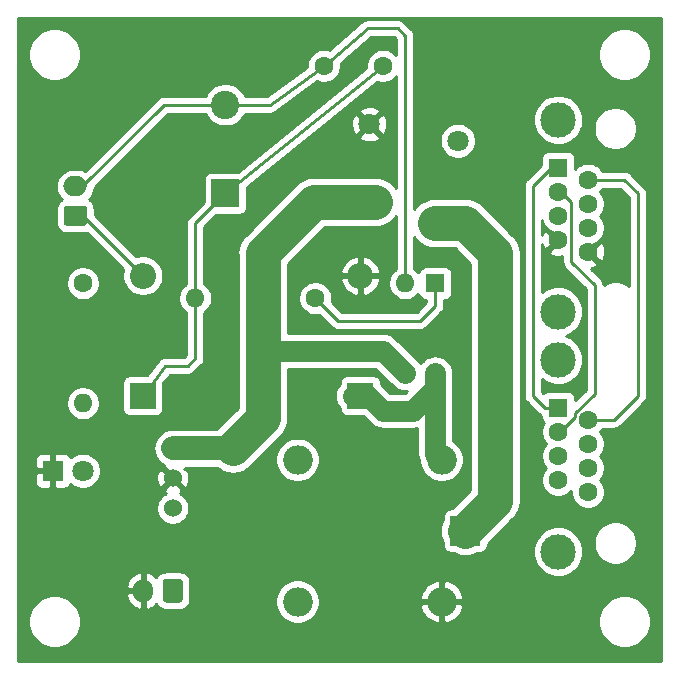
<source format=gbr>
%TF.GenerationSoftware,KiCad,Pcbnew,5.1.6-c6e7f7d~87~ubuntu18.04.1*%
%TF.CreationDate,2020-07-24T23:42:59+09:00*%
%TF.ProjectId,002,3030322e-6b69-4636-9164-5f7063625858,001*%
%TF.SameCoordinates,Original*%
%TF.FileFunction,Copper,L2,Bot*%
%TF.FilePolarity,Positive*%
%FSLAX46Y46*%
G04 Gerber Fmt 4.6, Leading zero omitted, Abs format (unit mm)*
G04 Created by KiCad (PCBNEW 5.1.6-c6e7f7d~87~ubuntu18.04.1) date 2020-07-24 23:42:59*
%MOMM*%
%LPD*%
G01*
G04 APERTURE LIST*
%TA.AperFunction,ComponentPad*%
%ADD10C,1.600000*%
%TD*%
%TA.AperFunction,ComponentPad*%
%ADD11R,1.600000X1.600000*%
%TD*%
%TA.AperFunction,ComponentPad*%
%ADD12C,3.000000*%
%TD*%
%TA.AperFunction,ComponentPad*%
%ADD13C,1.524000*%
%TD*%
%TA.AperFunction,ComponentPad*%
%ADD14O,1.600000X1.600000*%
%TD*%
%TA.AperFunction,ComponentPad*%
%ADD15C,1.800000*%
%TD*%
%TA.AperFunction,ComponentPad*%
%ADD16R,1.800000X1.800000*%
%TD*%
%TA.AperFunction,ComponentPad*%
%ADD17O,1.700000X2.000000*%
%TD*%
%TA.AperFunction,ComponentPad*%
%ADD18R,2.400000X2.400000*%
%TD*%
%TA.AperFunction,ComponentPad*%
%ADD19C,2.400000*%
%TD*%
%TA.AperFunction,ComponentPad*%
%ADD20O,2.000000X1.700000*%
%TD*%
%TA.AperFunction,ComponentPad*%
%ADD21R,2.200000X2.200000*%
%TD*%
%TA.AperFunction,ComponentPad*%
%ADD22O,2.200000X2.200000*%
%TD*%
%TA.AperFunction,ComponentPad*%
%ADD23C,1.400000*%
%TD*%
%TA.AperFunction,ComponentPad*%
%ADD24R,2.500000X2.500000*%
%TD*%
%TA.AperFunction,ComponentPad*%
%ADD25O,2.500000X2.500000*%
%TD*%
%TA.AperFunction,ViaPad*%
%ADD26C,0.800000*%
%TD*%
%TA.AperFunction,Conductor*%
%ADD27C,0.250000*%
%TD*%
%TA.AperFunction,Conductor*%
%ADD28C,1.750000*%
%TD*%
%TA.AperFunction,Conductor*%
%ADD29C,3.000000*%
%TD*%
%TA.AperFunction,Conductor*%
%ADD30C,2.000000*%
%TD*%
%TA.AperFunction,Conductor*%
%ADD31C,0.254000*%
%TD*%
G04 APERTURE END LIST*
D10*
%TO.P,J12,8*%
%TO.N,Net-(J12-Pad8)*%
X187565000Y-97675000D03*
%TO.P,J12,7*%
%TO.N,Net-(J12-Pad7)*%
X185025000Y-96655000D03*
%TO.P,J12,6*%
%TO.N,/PSEBUS4*%
X187565000Y-95635000D03*
%TO.P,J12,5*%
%TO.N,Net-(J12-Pad5)*%
X185025000Y-94615000D03*
%TO.P,J12,4*%
%TO.N,Net-(J12-Pad4)*%
X187565000Y-93595000D03*
%TO.P,J12,3*%
%TO.N,/PSEBUS3*%
X185025000Y-92575000D03*
%TO.P,J12,2*%
%TO.N,/PSEBUS2*%
X187565000Y-91555000D03*
D11*
%TO.P,J12,1*%
%TO.N,/PSEBUS1*%
X185025000Y-90535000D03*
D12*
%TO.P,J12,*%
%TO.N,*%
X185025000Y-86490000D03*
X185025000Y-102740000D03*
%TD*%
D10*
%TO.P,J11,8*%
%TO.N,/PSE_GND*%
X187565000Y-77355000D03*
%TO.P,J11,7*%
X185025000Y-76335000D03*
%TO.P,J11,6*%
%TO.N,/PSEBUS4*%
X187565000Y-75315000D03*
%TO.P,J11,5*%
%TO.N,/PSE_PWR*%
X185025000Y-74295000D03*
%TO.P,J11,4*%
X187565000Y-73275000D03*
%TO.P,J11,3*%
%TO.N,/PSEBUS3*%
X185025000Y-72255000D03*
%TO.P,J11,2*%
%TO.N,/PSEBUS2*%
X187565000Y-71235000D03*
D11*
%TO.P,J11,1*%
%TO.N,/PSEBUS1*%
X185025000Y-70215000D03*
D12*
%TO.P,J11,*%
%TO.N,*%
X185025000Y-66170000D03*
X185025000Y-82420000D03*
%TD*%
D13*
%TO.P,FL11,1*%
%TO.N,Net-(CN12-Pad1)*%
X152400000Y-99060000D03*
%TO.P,FL11,2*%
%TO.N,/PSE_GND*%
X152400000Y-96520000D03*
%TO.P,FL11,3*%
%TO.N,Net-(F11-Pad2)*%
X152400000Y-93980000D03*
%TD*%
D14*
%TO.P,R12,2*%
%TO.N,Net-(D13-Pad2)*%
X144780000Y-90170000D03*
D10*
%TO.P,R12,1*%
%TO.N,/PSE_PWR*%
X144780000Y-80010000D03*
%TD*%
D15*
%TO.P,D13,2*%
%TO.N,Net-(D13-Pad2)*%
X144780000Y-95885000D03*
D16*
%TO.P,D13,1*%
%TO.N,/PSE_GND*%
X142240000Y-95885000D03*
%TD*%
D17*
%TO.P,CN12,2*%
%TO.N,/PSE_GND*%
X149900000Y-106045000D03*
%TO.P,CN12,1*%
%TO.N,Net-(CN12-Pad1)*%
%TA.AperFunction,ComponentPad*%
G36*
G01*
X153250000Y-105295000D02*
X153250000Y-106795000D01*
G75*
G02*
X153000000Y-107045000I-250000J0D01*
G01*
X151800000Y-107045000D01*
G75*
G02*
X151550000Y-106795000I0J250000D01*
G01*
X151550000Y-105295000D01*
G75*
G02*
X151800000Y-105045000I250000J0D01*
G01*
X153000000Y-105045000D01*
G75*
G02*
X153250000Y-105295000I0J-250000D01*
G01*
G37*
%TD.AperFunction*%
%TD*%
D15*
%TO.P,RV11,2*%
%TO.N,/PSE_GND*%
X169030000Y-66545000D03*
%TO.P,RV11,1*%
%TO.N,/PSE_PWR*%
X176530000Y-67945000D03*
%TD*%
D14*
%TO.P,R11,2*%
%TO.N,Net-(C11-Pad1)*%
X154305000Y-81280000D03*
D10*
%TO.P,R11,1*%
%TO.N,Net-(R11-Pad1)*%
X164465000Y-81280000D03*
%TD*%
%TO.P,C11,1*%
%TO.N,Net-(C11-Pad1)*%
X170180000Y-61595000D03*
%TO.P,C11,2*%
%TO.N,Net-(C11-Pad2)*%
X165180000Y-61595000D03*
%TD*%
D18*
%TO.P,C12,1*%
%TO.N,Net-(C11-Pad1)*%
X156845000Y-72390000D03*
D19*
%TO.P,C12,2*%
%TO.N,Net-(C11-Pad2)*%
X156845000Y-64890000D03*
%TD*%
%TO.P,CN11,1*%
%TO.N,Net-(CN11-Pad1)*%
%TA.AperFunction,ComponentPad*%
G36*
G01*
X144895000Y-75145000D02*
X143395000Y-75145000D01*
G75*
G02*
X143145000Y-74895000I0J250000D01*
G01*
X143145000Y-73695000D01*
G75*
G02*
X143395000Y-73445000I250000J0D01*
G01*
X144895000Y-73445000D01*
G75*
G02*
X145145000Y-73695000I0J-250000D01*
G01*
X145145000Y-74895000D01*
G75*
G02*
X144895000Y-75145000I-250000J0D01*
G01*
G37*
%TD.AperFunction*%
D20*
%TO.P,CN11,2*%
%TO.N,Net-(C11-Pad2)*%
X144145000Y-71795000D03*
%TD*%
D21*
%TO.P,D11,1*%
%TO.N,Net-(C11-Pad1)*%
X149860000Y-89535000D03*
D22*
%TO.P,D11,2*%
%TO.N,Net-(CN11-Pad1)*%
X149860000Y-79375000D03*
%TD*%
%TO.P,D12,2*%
%TO.N,/PSE_GND*%
X168275000Y-79375000D03*
D21*
%TO.P,D12,1*%
%TO.N,Net-(D12-Pad1)*%
X168275000Y-89535000D03*
%TD*%
D23*
%TO.P,F11,2*%
%TO.N,Net-(F11-Pad2)*%
X169525000Y-73130000D03*
%TO.P,F11,1*%
%TO.N,Net-(F11-Pad1)*%
X174625000Y-74930000D03*
%TD*%
D24*
%TO.P,K11,1*%
%TO.N,Net-(F11-Pad1)*%
X177165000Y-100965000D03*
D25*
%TO.P,K11,2*%
%TO.N,Net-(D12-Pad1)*%
X175165000Y-94965000D03*
%TO.P,K11,3*%
%TO.N,Net-(K11-Pad3)*%
X162965000Y-94965000D03*
%TO.P,K11,4*%
%TO.N,/PSE_PWR*%
X162965000Y-106965000D03*
%TO.P,K11,5*%
%TO.N,/PSE_GND*%
X175165000Y-106965000D03*
%TD*%
D14*
%TO.P,U11,4*%
%TO.N,Net-(D12-Pad1)*%
X174625000Y-87630000D03*
%TO.P,U11,2*%
%TO.N,Net-(C11-Pad2)*%
X172085000Y-80010000D03*
%TO.P,U11,3*%
%TO.N,Net-(F11-Pad2)*%
X172085000Y-87630000D03*
D11*
%TO.P,U11,1*%
%TO.N,Net-(R11-Pad1)*%
X174625000Y-80010000D03*
%TD*%
D26*
%TO.N,/PSE_GND*%
X190500000Y-73025000D03*
X191770000Y-69850000D03*
%TD*%
D27*
%TO.N,Net-(C11-Pad1)*%
X151765000Y-86995000D02*
X149860000Y-89535000D01*
X170180000Y-61595000D02*
X156845000Y-72390000D01*
X154305000Y-81280000D02*
X154305000Y-85725000D01*
X154305000Y-85725000D02*
X154305000Y-86360000D01*
X154305000Y-86360000D02*
X153670000Y-86995000D01*
X153670000Y-86995000D02*
X151765000Y-86995000D01*
X156845000Y-72390000D02*
X154305000Y-74930000D01*
X154305000Y-74930000D02*
X154305000Y-81280000D01*
%TO.N,Net-(C11-Pad2)*%
X151645000Y-64890000D02*
X156845000Y-64890000D01*
X144740000Y-71795000D02*
X151645000Y-64890000D01*
X168910000Y-58420000D02*
X165180000Y-61595000D01*
X171450000Y-58420000D02*
X168910000Y-58420000D01*
X172085000Y-80010000D02*
X172085000Y-59055000D01*
X172085000Y-59055000D02*
X171450000Y-58420000D01*
X160615000Y-64890000D02*
X165180000Y-61595000D01*
X156845000Y-64890000D02*
X160615000Y-64890000D01*
D28*
%TO.N,Net-(D12-Pad1)*%
X174625000Y-94425000D02*
X175165000Y-94965000D01*
X174625000Y-87630000D02*
X174625000Y-94425000D01*
X174625000Y-88900000D02*
X174625000Y-87630000D01*
X172720000Y-90805000D02*
X174625000Y-88900000D01*
X170180000Y-90805000D02*
X172720000Y-90805000D01*
X167640000Y-89535000D02*
X168910000Y-89535000D01*
X168910000Y-89535000D02*
X170180000Y-90805000D01*
D29*
%TO.N,Net-(F11-Pad1)*%
X174625000Y-74930000D02*
X177165000Y-74930000D01*
X177165000Y-74930000D02*
X179705000Y-77470000D01*
X179705000Y-98425000D02*
X177165000Y-100965000D01*
X179705000Y-77470000D02*
X179705000Y-98425000D01*
D27*
%TO.N,/PSEBUS1*%
X182880000Y-71755000D02*
X182880000Y-89535000D01*
X183880000Y-90535000D02*
X185025000Y-90535000D01*
X182880000Y-89535000D02*
X183880000Y-90535000D01*
X185025000Y-70215000D02*
X184420000Y-70215000D01*
X184420000Y-70215000D02*
X182880000Y-71755000D01*
%TO.N,/PSEBUS3*%
X185025000Y-72255000D02*
X185285000Y-72255000D01*
X186150001Y-73120001D02*
X186150001Y-78200001D01*
X185285000Y-72255000D02*
X186150001Y-73120001D01*
X185170002Y-92575000D02*
X185025000Y-92575000D01*
X186439999Y-91305003D02*
X185170002Y-92575000D01*
X186439999Y-91014999D02*
X186439999Y-91305003D01*
X188105001Y-89349997D02*
X186439999Y-91014999D01*
X188105001Y-80155001D02*
X188105001Y-89349997D01*
X186150001Y-78200001D02*
X188105001Y-80155001D01*
%TO.N,/PSEBUS2*%
X187565000Y-71235000D02*
X190615000Y-71235000D01*
X190615000Y-71235000D02*
X191770000Y-72390000D01*
X191770000Y-72390000D02*
X191770000Y-89535000D01*
X189750000Y-91555000D02*
X187565000Y-91555000D01*
X191770000Y-89535000D02*
X189750000Y-91555000D01*
%TO.N,Net-(R11-Pad1)*%
X164465000Y-81280000D02*
X166370000Y-83185000D01*
X166370000Y-83185000D02*
X173355000Y-83185000D01*
X173355000Y-83185000D02*
X174625000Y-81915000D01*
X174625000Y-81915000D02*
X174625000Y-80010000D01*
%TO.N,Net-(CN11-Pad1)*%
X144780000Y-74295000D02*
X149860000Y-79375000D01*
D30*
%TO.N,Net-(F11-Pad2)*%
X152400000Y-93980000D02*
X157480000Y-93980000D01*
D29*
X157480000Y-93980000D02*
X160020000Y-91440000D01*
X164360000Y-73130000D02*
X169525000Y-73130000D01*
X160020000Y-77470000D02*
X164360000Y-73130000D01*
D28*
X170180000Y-85725000D02*
X160020000Y-85725000D01*
D29*
X160020000Y-91440000D02*
X160020000Y-85725000D01*
D28*
X172085000Y-87630000D02*
X170180000Y-85725000D01*
D29*
X160020000Y-85725000D02*
X160020000Y-77470000D01*
%TD*%
D31*
%TO.N,/PSE_GND*%
G36*
X193775001Y-112020000D02*
G01*
X139265000Y-112020000D01*
X139265000Y-108414872D01*
X140155000Y-108414872D01*
X140155000Y-108855128D01*
X140240890Y-109286925D01*
X140409369Y-109693669D01*
X140653962Y-110059729D01*
X140965271Y-110371038D01*
X141331331Y-110615631D01*
X141738075Y-110784110D01*
X142169872Y-110870000D01*
X142610128Y-110870000D01*
X143041925Y-110784110D01*
X143448669Y-110615631D01*
X143814729Y-110371038D01*
X144126038Y-110059729D01*
X144370631Y-109693669D01*
X144539110Y-109286925D01*
X144625000Y-108855128D01*
X144625000Y-108414872D01*
X144539110Y-107983075D01*
X144370631Y-107576331D01*
X144126038Y-107210271D01*
X143814729Y-106898962D01*
X143448669Y-106654369D01*
X143041925Y-106485890D01*
X142633968Y-106404742D01*
X148428715Y-106404742D01*
X148497904Y-106687745D01*
X148620975Y-106951812D01*
X148793198Y-107186795D01*
X149007954Y-107383664D01*
X149256991Y-107534854D01*
X149530739Y-107634554D01*
X149543110Y-107636476D01*
X149773000Y-107515155D01*
X149773000Y-106172000D01*
X148572768Y-106172000D01*
X148428715Y-106404742D01*
X142633968Y-106404742D01*
X142610128Y-106400000D01*
X142169872Y-106400000D01*
X141738075Y-106485890D01*
X141331331Y-106654369D01*
X140965271Y-106898962D01*
X140653962Y-107210271D01*
X140409369Y-107576331D01*
X140240890Y-107983075D01*
X140155000Y-108414872D01*
X139265000Y-108414872D01*
X139265000Y-105685258D01*
X148428715Y-105685258D01*
X148572768Y-105918000D01*
X149773000Y-105918000D01*
X149773000Y-104574845D01*
X150027000Y-104574845D01*
X150027000Y-105918000D01*
X150047000Y-105918000D01*
X150047000Y-106172000D01*
X150027000Y-106172000D01*
X150027000Y-107515155D01*
X150256890Y-107636476D01*
X150269261Y-107634554D01*
X150543009Y-107534854D01*
X150792046Y-107383664D01*
X151006802Y-107186795D01*
X151007086Y-107186407D01*
X151061595Y-107288386D01*
X151172038Y-107422962D01*
X151306614Y-107533405D01*
X151460150Y-107615472D01*
X151626746Y-107666008D01*
X151800000Y-107683072D01*
X153000000Y-107683072D01*
X153173254Y-107666008D01*
X153339850Y-107615472D01*
X153493386Y-107533405D01*
X153627962Y-107422962D01*
X153738405Y-107288386D01*
X153820472Y-107134850D01*
X153871008Y-106968254D01*
X153888072Y-106795000D01*
X153888072Y-106779344D01*
X161080000Y-106779344D01*
X161080000Y-107150656D01*
X161152439Y-107514834D01*
X161294534Y-107857882D01*
X161500825Y-108166618D01*
X161763382Y-108429175D01*
X162072118Y-108635466D01*
X162415166Y-108777561D01*
X162779344Y-108850000D01*
X163150656Y-108850000D01*
X163514834Y-108777561D01*
X163857882Y-108635466D01*
X164166618Y-108429175D01*
X164429175Y-108166618D01*
X164635466Y-107857882D01*
X164777561Y-107514834D01*
X164803456Y-107384646D01*
X173327301Y-107384646D01*
X173444481Y-107735100D01*
X173627779Y-108055959D01*
X173870152Y-108334893D01*
X174162285Y-108561183D01*
X174492952Y-108726133D01*
X174745355Y-108802695D01*
X175038000Y-108686572D01*
X175038000Y-107092000D01*
X175292000Y-107092000D01*
X175292000Y-108686572D01*
X175584645Y-108802695D01*
X175837048Y-108726133D01*
X176167715Y-108561183D01*
X176356597Y-108414872D01*
X188415000Y-108414872D01*
X188415000Y-108855128D01*
X188500890Y-109286925D01*
X188669369Y-109693669D01*
X188913962Y-110059729D01*
X189225271Y-110371038D01*
X189591331Y-110615631D01*
X189998075Y-110784110D01*
X190429872Y-110870000D01*
X190870128Y-110870000D01*
X191301925Y-110784110D01*
X191708669Y-110615631D01*
X192074729Y-110371038D01*
X192386038Y-110059729D01*
X192630631Y-109693669D01*
X192799110Y-109286925D01*
X192885000Y-108855128D01*
X192885000Y-108414872D01*
X192799110Y-107983075D01*
X192630631Y-107576331D01*
X192386038Y-107210271D01*
X192074729Y-106898962D01*
X191708669Y-106654369D01*
X191301925Y-106485890D01*
X190870128Y-106400000D01*
X190429872Y-106400000D01*
X189998075Y-106485890D01*
X189591331Y-106654369D01*
X189225271Y-106898962D01*
X188913962Y-107210271D01*
X188669369Y-107576331D01*
X188500890Y-107983075D01*
X188415000Y-108414872D01*
X176356597Y-108414872D01*
X176459848Y-108334893D01*
X176702221Y-108055959D01*
X176885519Y-107735100D01*
X177002699Y-107384646D01*
X176886971Y-107092000D01*
X175292000Y-107092000D01*
X175038000Y-107092000D01*
X173443029Y-107092000D01*
X173327301Y-107384646D01*
X164803456Y-107384646D01*
X164850000Y-107150656D01*
X164850000Y-106779344D01*
X164803457Y-106545354D01*
X173327301Y-106545354D01*
X173443029Y-106838000D01*
X175038000Y-106838000D01*
X175038000Y-105243428D01*
X175292000Y-105243428D01*
X175292000Y-106838000D01*
X176886971Y-106838000D01*
X177002699Y-106545354D01*
X176885519Y-106194900D01*
X176702221Y-105874041D01*
X176459848Y-105595107D01*
X176167715Y-105368817D01*
X175837048Y-105203867D01*
X175584645Y-105127305D01*
X175292000Y-105243428D01*
X175038000Y-105243428D01*
X174745355Y-105127305D01*
X174492952Y-105203867D01*
X174162285Y-105368817D01*
X173870152Y-105595107D01*
X173627779Y-105874041D01*
X173444481Y-106194900D01*
X173327301Y-106545354D01*
X164803457Y-106545354D01*
X164777561Y-106415166D01*
X164635466Y-106072118D01*
X164429175Y-105763382D01*
X164166618Y-105500825D01*
X163857882Y-105294534D01*
X163514834Y-105152439D01*
X163150656Y-105080000D01*
X162779344Y-105080000D01*
X162415166Y-105152439D01*
X162072118Y-105294534D01*
X161763382Y-105500825D01*
X161500825Y-105763382D01*
X161294534Y-106072118D01*
X161152439Y-106415166D01*
X161080000Y-106779344D01*
X153888072Y-106779344D01*
X153888072Y-105295000D01*
X153871008Y-105121746D01*
X153820472Y-104955150D01*
X153738405Y-104801614D01*
X153627962Y-104667038D01*
X153493386Y-104556595D01*
X153339850Y-104474528D01*
X153173254Y-104423992D01*
X153000000Y-104406928D01*
X151800000Y-104406928D01*
X151626746Y-104423992D01*
X151460150Y-104474528D01*
X151306614Y-104556595D01*
X151172038Y-104667038D01*
X151061595Y-104801614D01*
X151007086Y-104903593D01*
X151006802Y-104903205D01*
X150792046Y-104706336D01*
X150543009Y-104555146D01*
X150269261Y-104455446D01*
X150256890Y-104453524D01*
X150027000Y-104574845D01*
X149773000Y-104574845D01*
X149543110Y-104453524D01*
X149530739Y-104455446D01*
X149256991Y-104555146D01*
X149007954Y-104706336D01*
X148793198Y-104903205D01*
X148620975Y-105138188D01*
X148497904Y-105402255D01*
X148428715Y-105685258D01*
X139265000Y-105685258D01*
X139265000Y-98922408D01*
X151003000Y-98922408D01*
X151003000Y-99197592D01*
X151056686Y-99467490D01*
X151161995Y-99721727D01*
X151314880Y-99950535D01*
X151509465Y-100145120D01*
X151738273Y-100298005D01*
X151992510Y-100403314D01*
X152262408Y-100457000D01*
X152537592Y-100457000D01*
X152807490Y-100403314D01*
X153061727Y-100298005D01*
X153290535Y-100145120D01*
X153485120Y-99950535D01*
X153638005Y-99721727D01*
X153743314Y-99467490D01*
X153797000Y-99197592D01*
X153797000Y-98922408D01*
X153743314Y-98652510D01*
X153638005Y-98398273D01*
X153485120Y-98169465D01*
X153290535Y-97974880D01*
X153061727Y-97821995D01*
X152990057Y-97792308D01*
X153003023Y-97787636D01*
X153118980Y-97725656D01*
X153185960Y-97485565D01*
X152400000Y-96699605D01*
X151614040Y-97485565D01*
X151681020Y-97725656D01*
X151816760Y-97789485D01*
X151738273Y-97821995D01*
X151509465Y-97974880D01*
X151314880Y-98169465D01*
X151161995Y-98398273D01*
X151056686Y-98652510D01*
X151003000Y-98922408D01*
X139265000Y-98922408D01*
X139265000Y-96785000D01*
X140701928Y-96785000D01*
X140714188Y-96909482D01*
X140750498Y-97029180D01*
X140809463Y-97139494D01*
X140888815Y-97236185D01*
X140985506Y-97315537D01*
X141095820Y-97374502D01*
X141215518Y-97410812D01*
X141340000Y-97423072D01*
X141954250Y-97420000D01*
X142113000Y-97261250D01*
X142113000Y-96012000D01*
X140863750Y-96012000D01*
X140705000Y-96170750D01*
X140701928Y-96785000D01*
X139265000Y-96785000D01*
X139265000Y-94985000D01*
X140701928Y-94985000D01*
X140705000Y-95599250D01*
X140863750Y-95758000D01*
X142113000Y-95758000D01*
X142113000Y-94508750D01*
X142367000Y-94508750D01*
X142367000Y-95758000D01*
X142387000Y-95758000D01*
X142387000Y-96012000D01*
X142367000Y-96012000D01*
X142367000Y-97261250D01*
X142525750Y-97420000D01*
X143140000Y-97423072D01*
X143264482Y-97410812D01*
X143384180Y-97374502D01*
X143494494Y-97315537D01*
X143591185Y-97236185D01*
X143670537Y-97139494D01*
X143729502Y-97029180D01*
X143735056Y-97010873D01*
X143801495Y-97077312D01*
X144052905Y-97245299D01*
X144332257Y-97361011D01*
X144628816Y-97420000D01*
X144931184Y-97420000D01*
X145227743Y-97361011D01*
X145507095Y-97245299D01*
X145758505Y-97077312D01*
X145972312Y-96863505D01*
X146140299Y-96612095D01*
X146148615Y-96592017D01*
X150998090Y-96592017D01*
X151039078Y-96864133D01*
X151132364Y-97123023D01*
X151194344Y-97238980D01*
X151434435Y-97305960D01*
X152220395Y-96520000D01*
X151434435Y-95734040D01*
X151194344Y-95801020D01*
X151077244Y-96050048D01*
X151010977Y-96317135D01*
X150998090Y-96592017D01*
X146148615Y-96592017D01*
X146256011Y-96332743D01*
X146315000Y-96036184D01*
X146315000Y-95733816D01*
X146256011Y-95437257D01*
X146140299Y-95157905D01*
X145972312Y-94906495D01*
X145758505Y-94692688D01*
X145507095Y-94524701D01*
X145227743Y-94408989D01*
X144931184Y-94350000D01*
X144628816Y-94350000D01*
X144332257Y-94408989D01*
X144052905Y-94524701D01*
X143801495Y-94692688D01*
X143735056Y-94759127D01*
X143729502Y-94740820D01*
X143670537Y-94630506D01*
X143591185Y-94533815D01*
X143494494Y-94454463D01*
X143384180Y-94395498D01*
X143264482Y-94359188D01*
X143140000Y-94346928D01*
X142525750Y-94350000D01*
X142367000Y-94508750D01*
X142113000Y-94508750D01*
X141954250Y-94350000D01*
X141340000Y-94346928D01*
X141215518Y-94359188D01*
X141095820Y-94395498D01*
X140985506Y-94454463D01*
X140888815Y-94533815D01*
X140809463Y-94630506D01*
X140750498Y-94740820D01*
X140714188Y-94860518D01*
X140701928Y-94985000D01*
X139265000Y-94985000D01*
X139265000Y-90028665D01*
X143345000Y-90028665D01*
X143345000Y-90311335D01*
X143400147Y-90588574D01*
X143508320Y-90849727D01*
X143665363Y-91084759D01*
X143865241Y-91284637D01*
X144100273Y-91441680D01*
X144361426Y-91549853D01*
X144638665Y-91605000D01*
X144921335Y-91605000D01*
X145198574Y-91549853D01*
X145459727Y-91441680D01*
X145694759Y-91284637D01*
X145894637Y-91084759D01*
X146051680Y-90849727D01*
X146159853Y-90588574D01*
X146215000Y-90311335D01*
X146215000Y-90028665D01*
X146159853Y-89751426D01*
X146051680Y-89490273D01*
X145894637Y-89255241D01*
X145694759Y-89055363D01*
X145459727Y-88898320D01*
X145198574Y-88790147D01*
X144921335Y-88735000D01*
X144638665Y-88735000D01*
X144361426Y-88790147D01*
X144100273Y-88898320D01*
X143865241Y-89055363D01*
X143665363Y-89255241D01*
X143508320Y-89490273D01*
X143400147Y-89751426D01*
X143345000Y-90028665D01*
X139265000Y-90028665D01*
X139265000Y-79868665D01*
X143345000Y-79868665D01*
X143345000Y-80151335D01*
X143400147Y-80428574D01*
X143508320Y-80689727D01*
X143665363Y-80924759D01*
X143865241Y-81124637D01*
X144100273Y-81281680D01*
X144361426Y-81389853D01*
X144638665Y-81445000D01*
X144921335Y-81445000D01*
X145198574Y-81389853D01*
X145459727Y-81281680D01*
X145694759Y-81124637D01*
X145894637Y-80924759D01*
X146051680Y-80689727D01*
X146159853Y-80428574D01*
X146215000Y-80151335D01*
X146215000Y-79868665D01*
X146159853Y-79591426D01*
X146051680Y-79330273D01*
X145894637Y-79095241D01*
X145694759Y-78895363D01*
X145459727Y-78738320D01*
X145198574Y-78630147D01*
X144921335Y-78575000D01*
X144638665Y-78575000D01*
X144361426Y-78630147D01*
X144100273Y-78738320D01*
X143865241Y-78895363D01*
X143665363Y-79095241D01*
X143508320Y-79330273D01*
X143400147Y-79591426D01*
X143345000Y-79868665D01*
X139265000Y-79868665D01*
X139265000Y-71795000D01*
X142502815Y-71795000D01*
X142531487Y-72086111D01*
X142616401Y-72366034D01*
X142754294Y-72624014D01*
X142939866Y-72850134D01*
X143003337Y-72902223D01*
X142901614Y-72956595D01*
X142767038Y-73067038D01*
X142656595Y-73201614D01*
X142574528Y-73355150D01*
X142523992Y-73521746D01*
X142506928Y-73695000D01*
X142506928Y-74895000D01*
X142523992Y-75068254D01*
X142574528Y-75234850D01*
X142656595Y-75388386D01*
X142767038Y-75522962D01*
X142901614Y-75633405D01*
X143055150Y-75715472D01*
X143221746Y-75766008D01*
X143395000Y-75783072D01*
X144895000Y-75783072D01*
X145068254Y-75766008D01*
X145151082Y-75740883D01*
X148217286Y-78807088D01*
X148191675Y-78868919D01*
X148125000Y-79204117D01*
X148125000Y-79545883D01*
X148191675Y-79881081D01*
X148322463Y-80196831D01*
X148512337Y-80480998D01*
X148754002Y-80722663D01*
X149038169Y-80912537D01*
X149353919Y-81043325D01*
X149689117Y-81110000D01*
X150030883Y-81110000D01*
X150366081Y-81043325D01*
X150681831Y-80912537D01*
X150965998Y-80722663D01*
X151207663Y-80480998D01*
X151397537Y-80196831D01*
X151528325Y-79881081D01*
X151595000Y-79545883D01*
X151595000Y-79204117D01*
X151528325Y-78868919D01*
X151397537Y-78553169D01*
X151207663Y-78269002D01*
X150965998Y-78027337D01*
X150681831Y-77837463D01*
X150366081Y-77706675D01*
X150030883Y-77640000D01*
X149689117Y-77640000D01*
X149353919Y-77706675D01*
X149292088Y-77732286D01*
X145783072Y-74223271D01*
X145783072Y-73695000D01*
X145766008Y-73521746D01*
X145715472Y-73355150D01*
X145633405Y-73201614D01*
X145522962Y-73067038D01*
X145388386Y-72956595D01*
X145286663Y-72902223D01*
X145350134Y-72850134D01*
X145535706Y-72624014D01*
X145673599Y-72366034D01*
X145758513Y-72086111D01*
X145784168Y-71825633D01*
X151959802Y-65650000D01*
X155173612Y-65650000D01*
X155218844Y-65759199D01*
X155419662Y-66059744D01*
X155675256Y-66315338D01*
X155975801Y-66516156D01*
X156309750Y-66654482D01*
X156664268Y-66725000D01*
X157025732Y-66725000D01*
X157380250Y-66654482D01*
X157714199Y-66516156D01*
X158014744Y-66315338D01*
X158270338Y-66059744D01*
X158471156Y-65759199D01*
X158516388Y-65650000D01*
X160591441Y-65650000D01*
X160642605Y-65653177D01*
X160703152Y-65644995D01*
X160763986Y-65639003D01*
X160777240Y-65634983D01*
X160790963Y-65633128D01*
X160848748Y-65613291D01*
X160907247Y-65595546D01*
X160919466Y-65589015D01*
X160932559Y-65584520D01*
X160985365Y-65553790D01*
X161039276Y-65524974D01*
X161078912Y-65492445D01*
X164637808Y-62923649D01*
X164761426Y-62974853D01*
X165038665Y-63030000D01*
X165321335Y-63030000D01*
X165598574Y-62974853D01*
X165859727Y-62866680D01*
X166094759Y-62709637D01*
X166294637Y-62509759D01*
X166451680Y-62274727D01*
X166559853Y-62013574D01*
X166615000Y-61736335D01*
X166615000Y-61453665D01*
X166601034Y-61383455D01*
X169189660Y-59180000D01*
X171135199Y-59180000D01*
X171325001Y-59369803D01*
X171325001Y-60725684D01*
X171294637Y-60680241D01*
X171094759Y-60480363D01*
X170859727Y-60323320D01*
X170598574Y-60215147D01*
X170321335Y-60160000D01*
X170038665Y-60160000D01*
X169761426Y-60215147D01*
X169500273Y-60323320D01*
X169265241Y-60480363D01*
X169065363Y-60680241D01*
X168908320Y-60915273D01*
X168800147Y-61176426D01*
X168745000Y-61453665D01*
X168745000Y-61736335D01*
X168752285Y-61772957D01*
X157907674Y-70551928D01*
X155645000Y-70551928D01*
X155520518Y-70564188D01*
X155400820Y-70600498D01*
X155290506Y-70659463D01*
X155193815Y-70738815D01*
X155114463Y-70835506D01*
X155055498Y-70945820D01*
X155019188Y-71065518D01*
X155006928Y-71190000D01*
X155006928Y-73153270D01*
X153794003Y-74366196D01*
X153764999Y-74389999D01*
X153720694Y-74443985D01*
X153670026Y-74505724D01*
X153638069Y-74565511D01*
X153599454Y-74637754D01*
X153555997Y-74781015D01*
X153545000Y-74892668D01*
X153545000Y-74892678D01*
X153541324Y-74930000D01*
X153545000Y-74967323D01*
X153545001Y-80061956D01*
X153390241Y-80165363D01*
X153190363Y-80365241D01*
X153033320Y-80600273D01*
X152925147Y-80861426D01*
X152870000Y-81138665D01*
X152870000Y-81421335D01*
X152925147Y-81698574D01*
X153033320Y-81959727D01*
X153190363Y-82194759D01*
X153390241Y-82394637D01*
X153545000Y-82498044D01*
X153545001Y-85687658D01*
X153545000Y-85687668D01*
X153545000Y-86045198D01*
X153355199Y-86235000D01*
X151823103Y-86235000D01*
X151806563Y-86232456D01*
X151748411Y-86235000D01*
X151727667Y-86235000D01*
X151711091Y-86236633D01*
X151656999Y-86238999D01*
X151636758Y-86243954D01*
X151616014Y-86245997D01*
X151564180Y-86261720D01*
X151511586Y-86274595D01*
X151492702Y-86283403D01*
X151472753Y-86289454D01*
X151424991Y-86314983D01*
X151375911Y-86337875D01*
X151359101Y-86350203D01*
X151340724Y-86360026D01*
X151298863Y-86394380D01*
X151255189Y-86426410D01*
X151241110Y-86441777D01*
X151224999Y-86454999D01*
X151190648Y-86496856D01*
X151179399Y-86509134D01*
X151166956Y-86525724D01*
X151130026Y-86570724D01*
X151122136Y-86585484D01*
X150213554Y-87796928D01*
X148760000Y-87796928D01*
X148635518Y-87809188D01*
X148515820Y-87845498D01*
X148405506Y-87904463D01*
X148308815Y-87983815D01*
X148229463Y-88080506D01*
X148170498Y-88190820D01*
X148134188Y-88310518D01*
X148121928Y-88435000D01*
X148121928Y-90635000D01*
X148134188Y-90759482D01*
X148170498Y-90879180D01*
X148229463Y-90989494D01*
X148308815Y-91086185D01*
X148405506Y-91165537D01*
X148515820Y-91224502D01*
X148635518Y-91260812D01*
X148760000Y-91273072D01*
X150960000Y-91273072D01*
X151084482Y-91260812D01*
X151204180Y-91224502D01*
X151314494Y-91165537D01*
X151411185Y-91086185D01*
X151490537Y-90989494D01*
X151549502Y-90879180D01*
X151585812Y-90759482D01*
X151598072Y-90635000D01*
X151598072Y-88484237D01*
X152145000Y-87755000D01*
X153632678Y-87755000D01*
X153670000Y-87758676D01*
X153707322Y-87755000D01*
X153707333Y-87755000D01*
X153818986Y-87744003D01*
X153962247Y-87700546D01*
X154094276Y-87629974D01*
X154210001Y-87535001D01*
X154233803Y-87505998D01*
X154816002Y-86923800D01*
X154845001Y-86900001D01*
X154939974Y-86784276D01*
X155010546Y-86652247D01*
X155054003Y-86508986D01*
X155065000Y-86397333D01*
X155068677Y-86360000D01*
X155065000Y-86322667D01*
X155065000Y-82498043D01*
X155219759Y-82394637D01*
X155419637Y-82194759D01*
X155576680Y-81959727D01*
X155684853Y-81698574D01*
X155740000Y-81421335D01*
X155740000Y-81138665D01*
X155684853Y-80861426D01*
X155576680Y-80600273D01*
X155419637Y-80365241D01*
X155219759Y-80165363D01*
X155065000Y-80061957D01*
X155065000Y-75244801D01*
X156081730Y-74228072D01*
X158045000Y-74228072D01*
X158169482Y-74215812D01*
X158289180Y-74179502D01*
X158399494Y-74120537D01*
X158496185Y-74041185D01*
X158575537Y-73944494D01*
X158634502Y-73834180D01*
X158670812Y-73714482D01*
X158683072Y-73590000D01*
X158683072Y-71879848D01*
X163958727Y-67609080D01*
X168145525Y-67609080D01*
X168229208Y-67863261D01*
X168501775Y-67994158D01*
X168794642Y-68069365D01*
X169096553Y-68085991D01*
X169395907Y-68043397D01*
X169681199Y-67943222D01*
X169830792Y-67863261D01*
X169914475Y-67609080D01*
X169030000Y-66724605D01*
X168145525Y-67609080D01*
X163958727Y-67609080D01*
X165190967Y-66611553D01*
X167489009Y-66611553D01*
X167531603Y-66910907D01*
X167631778Y-67196199D01*
X167711739Y-67345792D01*
X167965920Y-67429475D01*
X168850395Y-66545000D01*
X169209605Y-66545000D01*
X170094080Y-67429475D01*
X170348261Y-67345792D01*
X170479158Y-67073225D01*
X170554365Y-66780358D01*
X170570991Y-66478447D01*
X170528397Y-66179093D01*
X170428222Y-65893801D01*
X170348261Y-65744208D01*
X170094080Y-65660525D01*
X169209605Y-66545000D01*
X168850395Y-66545000D01*
X167965920Y-65660525D01*
X167711739Y-65744208D01*
X167580842Y-66016775D01*
X167505635Y-66309642D01*
X167489009Y-66611553D01*
X165190967Y-66611553D01*
X166587631Y-65480920D01*
X168145525Y-65480920D01*
X169030000Y-66365395D01*
X169914475Y-65480920D01*
X169830792Y-65226739D01*
X169558225Y-65095842D01*
X169265358Y-65020635D01*
X168963447Y-65004009D01*
X168664093Y-65046603D01*
X168378801Y-65146778D01*
X168229208Y-65226739D01*
X168145525Y-65480920D01*
X166587631Y-65480920D01*
X169709786Y-62953463D01*
X169761426Y-62974853D01*
X170038665Y-63030000D01*
X170321335Y-63030000D01*
X170598574Y-62974853D01*
X170859727Y-62866680D01*
X171094759Y-62709637D01*
X171294637Y-62509759D01*
X171325001Y-62464316D01*
X171325000Y-71968471D01*
X171308777Y-71938119D01*
X171041977Y-71613023D01*
X170716881Y-71346223D01*
X170345982Y-71147974D01*
X169943533Y-71025892D01*
X169629882Y-70995000D01*
X164464874Y-70995000D01*
X164360000Y-70984671D01*
X164255125Y-70995000D01*
X164255118Y-70995000D01*
X163979001Y-71022195D01*
X163941466Y-71025892D01*
X163718050Y-71093665D01*
X163539018Y-71147974D01*
X163168119Y-71346223D01*
X163168117Y-71346224D01*
X163168118Y-71346224D01*
X162924489Y-71546165D01*
X162924487Y-71546167D01*
X162843023Y-71613023D01*
X162776167Y-71694487D01*
X158584487Y-75886168D01*
X158503024Y-75953023D01*
X158436168Y-76034487D01*
X158436165Y-76034490D01*
X158236224Y-76278119D01*
X158037975Y-76649018D01*
X157915893Y-77051467D01*
X157874671Y-77470000D01*
X157885001Y-77574882D01*
X157885000Y-85829881D01*
X157885001Y-85829891D01*
X157885000Y-90555654D01*
X156095655Y-92345000D01*
X152319678Y-92345000D01*
X152079484Y-92368657D01*
X151771285Y-92462148D01*
X151487248Y-92613969D01*
X151238286Y-92818286D01*
X151033969Y-93067248D01*
X150882148Y-93351285D01*
X150788657Y-93659484D01*
X150757089Y-93980000D01*
X150788657Y-94300516D01*
X150882148Y-94608715D01*
X151033969Y-94892752D01*
X151238286Y-95141714D01*
X151487248Y-95346031D01*
X151648182Y-95432052D01*
X151614040Y-95554435D01*
X152400000Y-96340395D01*
X152414143Y-96326253D01*
X152593748Y-96505858D01*
X152579605Y-96520000D01*
X153365565Y-97305960D01*
X153605656Y-97238980D01*
X153722756Y-96989952D01*
X153789023Y-96722865D01*
X153801910Y-96447983D01*
X153760922Y-96175867D01*
X153667636Y-95916977D01*
X153605656Y-95801020D01*
X153365567Y-95734041D01*
X153481977Y-95617631D01*
X153479346Y-95615000D01*
X156106835Y-95615000D01*
X156288119Y-95763776D01*
X156659018Y-95962025D01*
X157061467Y-96084107D01*
X157480000Y-96125329D01*
X157898533Y-96084107D01*
X158300982Y-95962025D01*
X158671881Y-95763776D01*
X158915510Y-95563835D01*
X159700001Y-94779344D01*
X161080000Y-94779344D01*
X161080000Y-95150656D01*
X161152439Y-95514834D01*
X161294534Y-95857882D01*
X161500825Y-96166618D01*
X161763382Y-96429175D01*
X162072118Y-96635466D01*
X162415166Y-96777561D01*
X162779344Y-96850000D01*
X163150656Y-96850000D01*
X163514834Y-96777561D01*
X163857882Y-96635466D01*
X164166618Y-96429175D01*
X164429175Y-96166618D01*
X164635466Y-95857882D01*
X164777561Y-95514834D01*
X164850000Y-95150656D01*
X164850000Y-94779344D01*
X164777561Y-94415166D01*
X164635466Y-94072118D01*
X164429175Y-93763382D01*
X164166618Y-93500825D01*
X163857882Y-93294534D01*
X163514834Y-93152439D01*
X163150656Y-93080000D01*
X162779344Y-93080000D01*
X162415166Y-93152439D01*
X162072118Y-93294534D01*
X161763382Y-93500825D01*
X161500825Y-93763382D01*
X161294534Y-94072118D01*
X161152439Y-94415166D01*
X161080000Y-94779344D01*
X159700001Y-94779344D01*
X161455513Y-93023833D01*
X161536977Y-92956977D01*
X161610618Y-92867246D01*
X161772791Y-92669637D01*
X161803777Y-92631881D01*
X162002026Y-92260982D01*
X162124108Y-91858533D01*
X162155000Y-91544882D01*
X162155000Y-91544873D01*
X162165329Y-91440001D01*
X162155000Y-91335129D01*
X162155000Y-87235000D01*
X169554538Y-87235000D01*
X171069720Y-88750183D01*
X171242030Y-88891593D01*
X171504352Y-89031808D01*
X171788988Y-89118151D01*
X172085000Y-89147305D01*
X172259410Y-89130127D01*
X172094538Y-89295000D01*
X170805462Y-89295000D01*
X170030183Y-88519721D01*
X170013072Y-88498871D01*
X170013072Y-88435000D01*
X170000812Y-88310518D01*
X169964502Y-88190820D01*
X169905537Y-88080506D01*
X169826185Y-87983815D01*
X169729494Y-87904463D01*
X169619180Y-87845498D01*
X169499482Y-87809188D01*
X169375000Y-87796928D01*
X167175000Y-87796928D01*
X167050518Y-87809188D01*
X166930820Y-87845498D01*
X166820506Y-87904463D01*
X166723815Y-87983815D01*
X166644463Y-88080506D01*
X166585498Y-88190820D01*
X166549188Y-88310518D01*
X166536928Y-88435000D01*
X166536928Y-88498871D01*
X166378406Y-88692030D01*
X166238192Y-88954352D01*
X166151849Y-89238988D01*
X166122694Y-89535000D01*
X166151849Y-89831012D01*
X166238192Y-90115648D01*
X166378406Y-90377970D01*
X166536928Y-90571129D01*
X166536928Y-90635000D01*
X166549188Y-90759482D01*
X166585498Y-90879180D01*
X166644463Y-90989494D01*
X166723815Y-91086185D01*
X166820506Y-91165537D01*
X166930820Y-91224502D01*
X167050518Y-91260812D01*
X167175000Y-91273072D01*
X168512610Y-91273072D01*
X169059817Y-91820279D01*
X169107103Y-91877897D01*
X169337030Y-92066594D01*
X169599352Y-92206808D01*
X169777941Y-92260982D01*
X169883987Y-92293151D01*
X169913689Y-92296076D01*
X170105822Y-92315000D01*
X170105828Y-92315000D01*
X170179999Y-92322305D01*
X170254170Y-92315000D01*
X172645830Y-92315000D01*
X172720000Y-92322305D01*
X172794170Y-92315000D01*
X172794178Y-92315000D01*
X173016012Y-92293151D01*
X173115001Y-92263123D01*
X173115001Y-94350820D01*
X173107695Y-94425000D01*
X173136849Y-94721011D01*
X173223192Y-95005647D01*
X173254981Y-95065120D01*
X173280000Y-95111926D01*
X173280000Y-95150656D01*
X173352439Y-95514834D01*
X173494534Y-95857882D01*
X173700825Y-96166618D01*
X173963382Y-96429175D01*
X174272118Y-96635466D01*
X174615166Y-96777561D01*
X174979344Y-96850000D01*
X175350656Y-96850000D01*
X175714834Y-96777561D01*
X176057882Y-96635466D01*
X176366618Y-96429175D01*
X176629175Y-96166618D01*
X176835466Y-95857882D01*
X176977561Y-95514834D01*
X177050000Y-95150656D01*
X177050000Y-94779344D01*
X176977561Y-94415166D01*
X176835466Y-94072118D01*
X176629175Y-93763382D01*
X176366618Y-93500825D01*
X176135000Y-93346063D01*
X176135000Y-88974171D01*
X176142305Y-88900000D01*
X176135000Y-88825830D01*
X176135000Y-87555822D01*
X176113151Y-87333988D01*
X176026808Y-87049352D01*
X175886594Y-86787030D01*
X175697897Y-86557103D01*
X175639447Y-86509134D01*
X175467970Y-86368406D01*
X175205648Y-86228192D01*
X174921012Y-86141849D01*
X174625000Y-86112694D01*
X174328988Y-86141849D01*
X174044352Y-86228192D01*
X173782030Y-86368406D01*
X173552103Y-86557103D01*
X173363406Y-86787031D01*
X173355000Y-86802758D01*
X173346593Y-86787030D01*
X173205183Y-86614720D01*
X171300183Y-84709721D01*
X171252897Y-84652103D01*
X171022970Y-84463406D01*
X170760648Y-84323192D01*
X170476012Y-84236849D01*
X170254178Y-84215000D01*
X170254170Y-84215000D01*
X170180000Y-84207695D01*
X170105830Y-84215000D01*
X162155000Y-84215000D01*
X162155000Y-79771123D01*
X166585821Y-79771123D01*
X166695558Y-80093054D01*
X166865992Y-80387391D01*
X167090573Y-80642822D01*
X167360671Y-80849531D01*
X167665906Y-80999575D01*
X167878878Y-81064175D01*
X168148000Y-80946125D01*
X168148000Y-79502000D01*
X168402000Y-79502000D01*
X168402000Y-80946125D01*
X168671122Y-81064175D01*
X168884094Y-80999575D01*
X169189329Y-80849531D01*
X169459427Y-80642822D01*
X169684008Y-80387391D01*
X169854442Y-80093054D01*
X169964179Y-79771123D01*
X169846600Y-79502000D01*
X168402000Y-79502000D01*
X168148000Y-79502000D01*
X166703400Y-79502000D01*
X166585821Y-79771123D01*
X162155000Y-79771123D01*
X162155000Y-78978877D01*
X166585821Y-78978877D01*
X166703400Y-79248000D01*
X168148000Y-79248000D01*
X168148000Y-77803875D01*
X168402000Y-77803875D01*
X168402000Y-79248000D01*
X169846600Y-79248000D01*
X169964179Y-78978877D01*
X169854442Y-78656946D01*
X169684008Y-78362609D01*
X169459427Y-78107178D01*
X169189329Y-77900469D01*
X168884094Y-77750425D01*
X168671122Y-77685825D01*
X168402000Y-77803875D01*
X168148000Y-77803875D01*
X167878878Y-77685825D01*
X167665906Y-77750425D01*
X167360671Y-77900469D01*
X167090573Y-78107178D01*
X166865992Y-78362609D01*
X166695558Y-78656946D01*
X166585821Y-78978877D01*
X162155000Y-78978877D01*
X162155000Y-78354345D01*
X165244346Y-75265000D01*
X169629882Y-75265000D01*
X169943533Y-75234108D01*
X170345982Y-75112026D01*
X170716881Y-74913777D01*
X171041977Y-74646977D01*
X171308777Y-74321881D01*
X171325000Y-74291529D01*
X171325000Y-78791957D01*
X171170241Y-78895363D01*
X170970363Y-79095241D01*
X170813320Y-79330273D01*
X170705147Y-79591426D01*
X170650000Y-79868665D01*
X170650000Y-80151335D01*
X170705147Y-80428574D01*
X170813320Y-80689727D01*
X170970363Y-80924759D01*
X171170241Y-81124637D01*
X171405273Y-81281680D01*
X171666426Y-81389853D01*
X171943665Y-81445000D01*
X172226335Y-81445000D01*
X172503574Y-81389853D01*
X172764727Y-81281680D01*
X172999759Y-81124637D01*
X173198357Y-80926039D01*
X173199188Y-80934482D01*
X173235498Y-81054180D01*
X173294463Y-81164494D01*
X173373815Y-81261185D01*
X173470506Y-81340537D01*
X173580820Y-81399502D01*
X173700518Y-81435812D01*
X173825000Y-81448072D01*
X173865000Y-81448072D01*
X173865000Y-81600198D01*
X173040199Y-82425000D01*
X166684802Y-82425000D01*
X165863688Y-81603886D01*
X165900000Y-81421335D01*
X165900000Y-81138665D01*
X165844853Y-80861426D01*
X165736680Y-80600273D01*
X165579637Y-80365241D01*
X165379759Y-80165363D01*
X165144727Y-80008320D01*
X164883574Y-79900147D01*
X164606335Y-79845000D01*
X164323665Y-79845000D01*
X164046426Y-79900147D01*
X163785273Y-80008320D01*
X163550241Y-80165363D01*
X163350363Y-80365241D01*
X163193320Y-80600273D01*
X163085147Y-80861426D01*
X163030000Y-81138665D01*
X163030000Y-81421335D01*
X163085147Y-81698574D01*
X163193320Y-81959727D01*
X163350363Y-82194759D01*
X163550241Y-82394637D01*
X163785273Y-82551680D01*
X164046426Y-82659853D01*
X164323665Y-82715000D01*
X164606335Y-82715000D01*
X164788886Y-82678688D01*
X165806201Y-83696003D01*
X165829999Y-83725001D01*
X165945724Y-83819974D01*
X166077753Y-83890546D01*
X166221014Y-83934003D01*
X166332667Y-83945000D01*
X166332677Y-83945000D01*
X166370000Y-83948676D01*
X166407323Y-83945000D01*
X173317678Y-83945000D01*
X173355000Y-83948676D01*
X173392322Y-83945000D01*
X173392333Y-83945000D01*
X173503986Y-83934003D01*
X173647247Y-83890546D01*
X173779276Y-83819974D01*
X173895001Y-83725001D01*
X173918804Y-83695997D01*
X175136004Y-82478798D01*
X175165001Y-82455001D01*
X175259974Y-82339276D01*
X175330546Y-82207247D01*
X175374003Y-82063986D01*
X175385000Y-81952333D01*
X175385000Y-81952324D01*
X175388676Y-81915001D01*
X175385000Y-81877678D01*
X175385000Y-81448072D01*
X175425000Y-81448072D01*
X175549482Y-81435812D01*
X175669180Y-81399502D01*
X175779494Y-81340537D01*
X175876185Y-81261185D01*
X175955537Y-81164494D01*
X176014502Y-81054180D01*
X176050812Y-80934482D01*
X176063072Y-80810000D01*
X176063072Y-79210000D01*
X176050812Y-79085518D01*
X176014502Y-78965820D01*
X175955537Y-78855506D01*
X175876185Y-78758815D01*
X175779494Y-78679463D01*
X175669180Y-78620498D01*
X175549482Y-78584188D01*
X175425000Y-78571928D01*
X173825000Y-78571928D01*
X173700518Y-78584188D01*
X173580820Y-78620498D01*
X173470506Y-78679463D01*
X173373815Y-78758815D01*
X173294463Y-78855506D01*
X173235498Y-78965820D01*
X173199188Y-79085518D01*
X173198357Y-79093961D01*
X172999759Y-78895363D01*
X172845000Y-78791957D01*
X172845000Y-76126483D01*
X173108023Y-76446977D01*
X173433119Y-76713777D01*
X173804018Y-76912026D01*
X174206467Y-77034108D01*
X174520118Y-77065000D01*
X176280655Y-77065000D01*
X177570000Y-78354346D01*
X177570001Y-97540653D01*
X176033727Y-99076928D01*
X175915000Y-99076928D01*
X175790518Y-99089188D01*
X175670820Y-99125498D01*
X175560506Y-99184463D01*
X175463815Y-99263815D01*
X175384463Y-99360506D01*
X175325498Y-99470820D01*
X175289188Y-99590518D01*
X175276928Y-99715000D01*
X175276928Y-99968244D01*
X175182975Y-100144018D01*
X175060893Y-100546467D01*
X175019671Y-100965000D01*
X175060893Y-101383533D01*
X175182975Y-101785982D01*
X175276928Y-101961756D01*
X175276928Y-102215000D01*
X175289188Y-102339482D01*
X175325498Y-102459180D01*
X175384463Y-102569494D01*
X175463815Y-102666185D01*
X175560506Y-102745537D01*
X175670820Y-102804502D01*
X175790518Y-102840812D01*
X175915000Y-102853072D01*
X176168244Y-102853072D01*
X176344018Y-102947025D01*
X176746467Y-103069107D01*
X177165000Y-103110329D01*
X177583533Y-103069107D01*
X177985982Y-102947025D01*
X178161756Y-102853072D01*
X178415000Y-102853072D01*
X178539482Y-102840812D01*
X178659180Y-102804502D01*
X178769494Y-102745537D01*
X178866185Y-102666185D01*
X178945537Y-102569494D01*
X178966796Y-102529721D01*
X182890000Y-102529721D01*
X182890000Y-102950279D01*
X182972047Y-103362756D01*
X183132988Y-103751302D01*
X183366637Y-104100983D01*
X183664017Y-104398363D01*
X184013698Y-104632012D01*
X184402244Y-104792953D01*
X184814721Y-104875000D01*
X185235279Y-104875000D01*
X185647756Y-104792953D01*
X186036302Y-104632012D01*
X186385983Y-104398363D01*
X186683363Y-104100983D01*
X186917012Y-103751302D01*
X187077953Y-103362756D01*
X187160000Y-102950279D01*
X187160000Y-102529721D01*
X187077953Y-102117244D01*
X186960741Y-101834268D01*
X188030000Y-101834268D01*
X188030000Y-102195732D01*
X188100518Y-102550250D01*
X188238844Y-102884199D01*
X188439662Y-103184744D01*
X188695256Y-103440338D01*
X188995801Y-103641156D01*
X189329750Y-103779482D01*
X189684268Y-103850000D01*
X190045732Y-103850000D01*
X190400250Y-103779482D01*
X190734199Y-103641156D01*
X191034744Y-103440338D01*
X191290338Y-103184744D01*
X191491156Y-102884199D01*
X191629482Y-102550250D01*
X191700000Y-102195732D01*
X191700000Y-101834268D01*
X191629482Y-101479750D01*
X191491156Y-101145801D01*
X191290338Y-100845256D01*
X191034744Y-100589662D01*
X190734199Y-100388844D01*
X190400250Y-100250518D01*
X190045732Y-100180000D01*
X189684268Y-100180000D01*
X189329750Y-100250518D01*
X188995801Y-100388844D01*
X188695256Y-100589662D01*
X188439662Y-100845256D01*
X188238844Y-101145801D01*
X188100518Y-101479750D01*
X188030000Y-101834268D01*
X186960741Y-101834268D01*
X186917012Y-101728698D01*
X186683363Y-101379017D01*
X186385983Y-101081637D01*
X186036302Y-100847988D01*
X185647756Y-100687047D01*
X185235279Y-100605000D01*
X184814721Y-100605000D01*
X184402244Y-100687047D01*
X184013698Y-100847988D01*
X183664017Y-101081637D01*
X183366637Y-101379017D01*
X183132988Y-101728698D01*
X182972047Y-102117244D01*
X182890000Y-102529721D01*
X178966796Y-102529721D01*
X179004502Y-102459180D01*
X179040812Y-102339482D01*
X179053072Y-102215000D01*
X179053072Y-102096273D01*
X181140513Y-100008833D01*
X181221977Y-99941977D01*
X181360556Y-99773119D01*
X181488776Y-99616882D01*
X181566848Y-99470820D01*
X181687026Y-99245982D01*
X181809108Y-98843533D01*
X181840000Y-98529882D01*
X181840000Y-98529873D01*
X181850329Y-98425001D01*
X181840000Y-98320129D01*
X181840000Y-77574871D01*
X181850329Y-77469999D01*
X181840000Y-77365127D01*
X181840000Y-77365118D01*
X181809108Y-77051467D01*
X181687026Y-76649018D01*
X181488777Y-76278119D01*
X181361625Y-76123184D01*
X181288835Y-76034489D01*
X181288833Y-76034487D01*
X181221977Y-75953023D01*
X181140513Y-75886167D01*
X178748837Y-73494492D01*
X178681977Y-73413023D01*
X178356881Y-73146223D01*
X177985982Y-72947974D01*
X177583533Y-72825892D01*
X177269882Y-72795000D01*
X177269872Y-72795000D01*
X177165000Y-72784671D01*
X177060128Y-72795000D01*
X174520118Y-72795000D01*
X174206467Y-72825892D01*
X173804018Y-72947974D01*
X173433119Y-73146223D01*
X173108023Y-73413023D01*
X172845000Y-73733517D01*
X172845000Y-71755000D01*
X182116324Y-71755000D01*
X182120000Y-71792322D01*
X182120001Y-89497667D01*
X182116324Y-89535000D01*
X182120001Y-89572333D01*
X182130998Y-89683986D01*
X182144180Y-89727442D01*
X182174454Y-89827246D01*
X182245026Y-89959276D01*
X182298142Y-90023997D01*
X182340000Y-90075001D01*
X182368998Y-90098799D01*
X183316201Y-91046003D01*
X183339999Y-91075001D01*
X183368997Y-91098799D01*
X183455724Y-91169974D01*
X183586928Y-91240105D01*
X183586928Y-91335000D01*
X183599188Y-91459482D01*
X183635498Y-91579180D01*
X183694463Y-91689494D01*
X183773815Y-91786185D01*
X183807654Y-91813956D01*
X183753320Y-91895273D01*
X183645147Y-92156426D01*
X183590000Y-92433665D01*
X183590000Y-92716335D01*
X183645147Y-92993574D01*
X183753320Y-93254727D01*
X183910363Y-93489759D01*
X184015604Y-93595000D01*
X183910363Y-93700241D01*
X183753320Y-93935273D01*
X183645147Y-94196426D01*
X183590000Y-94473665D01*
X183590000Y-94756335D01*
X183645147Y-95033574D01*
X183753320Y-95294727D01*
X183910363Y-95529759D01*
X184015604Y-95635000D01*
X183910363Y-95740241D01*
X183753320Y-95975273D01*
X183645147Y-96236426D01*
X183590000Y-96513665D01*
X183590000Y-96796335D01*
X183645147Y-97073574D01*
X183753320Y-97334727D01*
X183910363Y-97569759D01*
X184110241Y-97769637D01*
X184345273Y-97926680D01*
X184606426Y-98034853D01*
X184883665Y-98090000D01*
X185166335Y-98090000D01*
X185443574Y-98034853D01*
X185704727Y-97926680D01*
X185939759Y-97769637D01*
X186130000Y-97579396D01*
X186130000Y-97816335D01*
X186185147Y-98093574D01*
X186293320Y-98354727D01*
X186450363Y-98589759D01*
X186650241Y-98789637D01*
X186885273Y-98946680D01*
X187146426Y-99054853D01*
X187423665Y-99110000D01*
X187706335Y-99110000D01*
X187983574Y-99054853D01*
X188244727Y-98946680D01*
X188479759Y-98789637D01*
X188679637Y-98589759D01*
X188836680Y-98354727D01*
X188944853Y-98093574D01*
X189000000Y-97816335D01*
X189000000Y-97533665D01*
X188944853Y-97256426D01*
X188836680Y-96995273D01*
X188679637Y-96760241D01*
X188574396Y-96655000D01*
X188679637Y-96549759D01*
X188836680Y-96314727D01*
X188944853Y-96053574D01*
X189000000Y-95776335D01*
X189000000Y-95493665D01*
X188944853Y-95216426D01*
X188836680Y-94955273D01*
X188679637Y-94720241D01*
X188574396Y-94615000D01*
X188679637Y-94509759D01*
X188836680Y-94274727D01*
X188944853Y-94013574D01*
X189000000Y-93736335D01*
X189000000Y-93453665D01*
X188944853Y-93176426D01*
X188836680Y-92915273D01*
X188679637Y-92680241D01*
X188574396Y-92575000D01*
X188679637Y-92469759D01*
X188783043Y-92315000D01*
X189712678Y-92315000D01*
X189750000Y-92318676D01*
X189787322Y-92315000D01*
X189787333Y-92315000D01*
X189898986Y-92304003D01*
X190042247Y-92260546D01*
X190174276Y-92189974D01*
X190290001Y-92095001D01*
X190313804Y-92065998D01*
X192281008Y-90098795D01*
X192310001Y-90075001D01*
X192333795Y-90046008D01*
X192333799Y-90046004D01*
X192404973Y-89959277D01*
X192404974Y-89959276D01*
X192475546Y-89827247D01*
X192519003Y-89683986D01*
X192530000Y-89572333D01*
X192530000Y-89572324D01*
X192533676Y-89535001D01*
X192530000Y-89497678D01*
X192530000Y-72427325D01*
X192533676Y-72390000D01*
X192530000Y-72352675D01*
X192530000Y-72352667D01*
X192519003Y-72241014D01*
X192475546Y-72097753D01*
X192404974Y-71965724D01*
X192310001Y-71849999D01*
X192281003Y-71826201D01*
X191178804Y-70724003D01*
X191155001Y-70694999D01*
X191039276Y-70600026D01*
X190907247Y-70529454D01*
X190763986Y-70485997D01*
X190652333Y-70475000D01*
X190652322Y-70475000D01*
X190615000Y-70471324D01*
X190577678Y-70475000D01*
X188783043Y-70475000D01*
X188679637Y-70320241D01*
X188479759Y-70120363D01*
X188244727Y-69963320D01*
X187983574Y-69855147D01*
X187706335Y-69800000D01*
X187423665Y-69800000D01*
X187146426Y-69855147D01*
X186885273Y-69963320D01*
X186650241Y-70120363D01*
X186463072Y-70307532D01*
X186463072Y-69415000D01*
X186450812Y-69290518D01*
X186414502Y-69170820D01*
X186355537Y-69060506D01*
X186276185Y-68963815D01*
X186179494Y-68884463D01*
X186069180Y-68825498D01*
X185949482Y-68789188D01*
X185825000Y-68776928D01*
X184225000Y-68776928D01*
X184100518Y-68789188D01*
X183980820Y-68825498D01*
X183870506Y-68884463D01*
X183773815Y-68963815D01*
X183694463Y-69060506D01*
X183635498Y-69170820D01*
X183599188Y-69290518D01*
X183586928Y-69415000D01*
X183586928Y-69973270D01*
X182369003Y-71191196D01*
X182339999Y-71214999D01*
X182303741Y-71259180D01*
X182245026Y-71330724D01*
X182216557Y-71383986D01*
X182174454Y-71462754D01*
X182130997Y-71606015D01*
X182120000Y-71717668D01*
X182120000Y-71717678D01*
X182116324Y-71755000D01*
X172845000Y-71755000D01*
X172845000Y-67793816D01*
X174995000Y-67793816D01*
X174995000Y-68096184D01*
X175053989Y-68392743D01*
X175169701Y-68672095D01*
X175337688Y-68923505D01*
X175551495Y-69137312D01*
X175802905Y-69305299D01*
X176082257Y-69421011D01*
X176378816Y-69480000D01*
X176681184Y-69480000D01*
X176977743Y-69421011D01*
X177257095Y-69305299D01*
X177508505Y-69137312D01*
X177722312Y-68923505D01*
X177890299Y-68672095D01*
X178006011Y-68392743D01*
X178065000Y-68096184D01*
X178065000Y-67793816D01*
X178006011Y-67497257D01*
X177890299Y-67217905D01*
X177722312Y-66966495D01*
X177508505Y-66752688D01*
X177257095Y-66584701D01*
X176977743Y-66468989D01*
X176681184Y-66410000D01*
X176378816Y-66410000D01*
X176082257Y-66468989D01*
X175802905Y-66584701D01*
X175551495Y-66752688D01*
X175337688Y-66966495D01*
X175169701Y-67217905D01*
X175053989Y-67497257D01*
X174995000Y-67793816D01*
X172845000Y-67793816D01*
X172845000Y-65959721D01*
X182890000Y-65959721D01*
X182890000Y-66380279D01*
X182972047Y-66792756D01*
X183132988Y-67181302D01*
X183366637Y-67530983D01*
X183664017Y-67828363D01*
X184013698Y-68062012D01*
X184402244Y-68222953D01*
X184814721Y-68305000D01*
X185235279Y-68305000D01*
X185647756Y-68222953D01*
X186036302Y-68062012D01*
X186385983Y-67828363D01*
X186683363Y-67530983D01*
X186917012Y-67181302D01*
X187077953Y-66792756D01*
X187093565Y-66714268D01*
X188030000Y-66714268D01*
X188030000Y-67075732D01*
X188100518Y-67430250D01*
X188238844Y-67764199D01*
X188439662Y-68064744D01*
X188695256Y-68320338D01*
X188995801Y-68521156D01*
X189329750Y-68659482D01*
X189684268Y-68730000D01*
X190045732Y-68730000D01*
X190400250Y-68659482D01*
X190734199Y-68521156D01*
X191034744Y-68320338D01*
X191290338Y-68064744D01*
X191491156Y-67764199D01*
X191629482Y-67430250D01*
X191700000Y-67075732D01*
X191700000Y-66714268D01*
X191629482Y-66359750D01*
X191491156Y-66025801D01*
X191290338Y-65725256D01*
X191034744Y-65469662D01*
X190734199Y-65268844D01*
X190400250Y-65130518D01*
X190045732Y-65060000D01*
X189684268Y-65060000D01*
X189329750Y-65130518D01*
X188995801Y-65268844D01*
X188695256Y-65469662D01*
X188439662Y-65725256D01*
X188238844Y-66025801D01*
X188100518Y-66359750D01*
X188030000Y-66714268D01*
X187093565Y-66714268D01*
X187160000Y-66380279D01*
X187160000Y-65959721D01*
X187077953Y-65547244D01*
X186917012Y-65158698D01*
X186683363Y-64809017D01*
X186385983Y-64511637D01*
X186036302Y-64277988D01*
X185647756Y-64117047D01*
X185235279Y-64035000D01*
X184814721Y-64035000D01*
X184402244Y-64117047D01*
X184013698Y-64277988D01*
X183664017Y-64511637D01*
X183366637Y-64809017D01*
X183132988Y-65158698D01*
X182972047Y-65547244D01*
X182890000Y-65959721D01*
X172845000Y-65959721D01*
X172845000Y-60414872D01*
X188415000Y-60414872D01*
X188415000Y-60855128D01*
X188500890Y-61286925D01*
X188669369Y-61693669D01*
X188913962Y-62059729D01*
X189225271Y-62371038D01*
X189591331Y-62615631D01*
X189998075Y-62784110D01*
X190429872Y-62870000D01*
X190870128Y-62870000D01*
X191301925Y-62784110D01*
X191708669Y-62615631D01*
X192074729Y-62371038D01*
X192386038Y-62059729D01*
X192630631Y-61693669D01*
X192799110Y-61286925D01*
X192885000Y-60855128D01*
X192885000Y-60414872D01*
X192799110Y-59983075D01*
X192630631Y-59576331D01*
X192386038Y-59210271D01*
X192074729Y-58898962D01*
X191708669Y-58654369D01*
X191301925Y-58485890D01*
X190870128Y-58400000D01*
X190429872Y-58400000D01*
X189998075Y-58485890D01*
X189591331Y-58654369D01*
X189225271Y-58898962D01*
X188913962Y-59210271D01*
X188669369Y-59576331D01*
X188500890Y-59983075D01*
X188415000Y-60414872D01*
X172845000Y-60414872D01*
X172845000Y-59092333D01*
X172848677Y-59055000D01*
X172834003Y-58906014D01*
X172790546Y-58762753D01*
X172719974Y-58630724D01*
X172648799Y-58543997D01*
X172625001Y-58514999D01*
X172596002Y-58491200D01*
X172013803Y-57909002D01*
X171990001Y-57879999D01*
X171874276Y-57785026D01*
X171742247Y-57714454D01*
X171598986Y-57670997D01*
X171487333Y-57660000D01*
X171487322Y-57660000D01*
X171450000Y-57656324D01*
X171412678Y-57660000D01*
X168977962Y-57660000D01*
X168971184Y-57658778D01*
X168903212Y-57660000D01*
X168872667Y-57660000D01*
X168865847Y-57660672D01*
X168821501Y-57661469D01*
X168791538Y-57667991D01*
X168761014Y-57670997D01*
X168718563Y-57683874D01*
X168675220Y-57693308D01*
X168647104Y-57705551D01*
X168617753Y-57714454D01*
X168578626Y-57735368D01*
X168537961Y-57753075D01*
X168512771Y-57770569D01*
X168485724Y-57785026D01*
X168451440Y-57813162D01*
X168445810Y-57817072D01*
X168422535Y-57836884D01*
X168369999Y-57879999D01*
X168365632Y-57885320D01*
X165618735Y-60223498D01*
X165598574Y-60215147D01*
X165321335Y-60160000D01*
X165038665Y-60160000D01*
X164761426Y-60215147D01*
X164500273Y-60323320D01*
X164265241Y-60480363D01*
X164065363Y-60680241D01*
X163908320Y-60915273D01*
X163800147Y-61176426D01*
X163745000Y-61453665D01*
X163745000Y-61693482D01*
X160369369Y-64130000D01*
X158516388Y-64130000D01*
X158471156Y-64020801D01*
X158270338Y-63720256D01*
X158014744Y-63464662D01*
X157714199Y-63263844D01*
X157380250Y-63125518D01*
X157025732Y-63055000D01*
X156664268Y-63055000D01*
X156309750Y-63125518D01*
X155975801Y-63263844D01*
X155675256Y-63464662D01*
X155419662Y-63720256D01*
X155218844Y-64020801D01*
X155173612Y-64130000D01*
X151682325Y-64130000D01*
X151645000Y-64126324D01*
X151607675Y-64130000D01*
X151607667Y-64130000D01*
X151496014Y-64140997D01*
X151352753Y-64184454D01*
X151220724Y-64255026D01*
X151104999Y-64349999D01*
X151081201Y-64378997D01*
X144981878Y-70478321D01*
X144866034Y-70416401D01*
X144586111Y-70331487D01*
X144367950Y-70310000D01*
X143922050Y-70310000D01*
X143703889Y-70331487D01*
X143423966Y-70416401D01*
X143165986Y-70554294D01*
X142939866Y-70739866D01*
X142754294Y-70965986D01*
X142616401Y-71223966D01*
X142531487Y-71503889D01*
X142502815Y-71795000D01*
X139265000Y-71795000D01*
X139265000Y-60414872D01*
X140155000Y-60414872D01*
X140155000Y-60855128D01*
X140240890Y-61286925D01*
X140409369Y-61693669D01*
X140653962Y-62059729D01*
X140965271Y-62371038D01*
X141331331Y-62615631D01*
X141738075Y-62784110D01*
X142169872Y-62870000D01*
X142610128Y-62870000D01*
X143041925Y-62784110D01*
X143448669Y-62615631D01*
X143814729Y-62371038D01*
X144126038Y-62059729D01*
X144370631Y-61693669D01*
X144539110Y-61286925D01*
X144625000Y-60855128D01*
X144625000Y-60414872D01*
X144539110Y-59983075D01*
X144370631Y-59576331D01*
X144126038Y-59210271D01*
X143814729Y-58898962D01*
X143448669Y-58654369D01*
X143041925Y-58485890D01*
X142610128Y-58400000D01*
X142169872Y-58400000D01*
X141738075Y-58485890D01*
X141331331Y-58654369D01*
X140965271Y-58898962D01*
X140653962Y-59210271D01*
X140409369Y-59576331D01*
X140240890Y-59983075D01*
X140155000Y-60414872D01*
X139265000Y-60414872D01*
X139265000Y-57510000D01*
X193775000Y-57510000D01*
X193775001Y-112020000D01*
G37*
X193775001Y-112020000D02*
X139265000Y-112020000D01*
X139265000Y-108414872D01*
X140155000Y-108414872D01*
X140155000Y-108855128D01*
X140240890Y-109286925D01*
X140409369Y-109693669D01*
X140653962Y-110059729D01*
X140965271Y-110371038D01*
X141331331Y-110615631D01*
X141738075Y-110784110D01*
X142169872Y-110870000D01*
X142610128Y-110870000D01*
X143041925Y-110784110D01*
X143448669Y-110615631D01*
X143814729Y-110371038D01*
X144126038Y-110059729D01*
X144370631Y-109693669D01*
X144539110Y-109286925D01*
X144625000Y-108855128D01*
X144625000Y-108414872D01*
X144539110Y-107983075D01*
X144370631Y-107576331D01*
X144126038Y-107210271D01*
X143814729Y-106898962D01*
X143448669Y-106654369D01*
X143041925Y-106485890D01*
X142633968Y-106404742D01*
X148428715Y-106404742D01*
X148497904Y-106687745D01*
X148620975Y-106951812D01*
X148793198Y-107186795D01*
X149007954Y-107383664D01*
X149256991Y-107534854D01*
X149530739Y-107634554D01*
X149543110Y-107636476D01*
X149773000Y-107515155D01*
X149773000Y-106172000D01*
X148572768Y-106172000D01*
X148428715Y-106404742D01*
X142633968Y-106404742D01*
X142610128Y-106400000D01*
X142169872Y-106400000D01*
X141738075Y-106485890D01*
X141331331Y-106654369D01*
X140965271Y-106898962D01*
X140653962Y-107210271D01*
X140409369Y-107576331D01*
X140240890Y-107983075D01*
X140155000Y-108414872D01*
X139265000Y-108414872D01*
X139265000Y-105685258D01*
X148428715Y-105685258D01*
X148572768Y-105918000D01*
X149773000Y-105918000D01*
X149773000Y-104574845D01*
X150027000Y-104574845D01*
X150027000Y-105918000D01*
X150047000Y-105918000D01*
X150047000Y-106172000D01*
X150027000Y-106172000D01*
X150027000Y-107515155D01*
X150256890Y-107636476D01*
X150269261Y-107634554D01*
X150543009Y-107534854D01*
X150792046Y-107383664D01*
X151006802Y-107186795D01*
X151007086Y-107186407D01*
X151061595Y-107288386D01*
X151172038Y-107422962D01*
X151306614Y-107533405D01*
X151460150Y-107615472D01*
X151626746Y-107666008D01*
X151800000Y-107683072D01*
X153000000Y-107683072D01*
X153173254Y-107666008D01*
X153339850Y-107615472D01*
X153493386Y-107533405D01*
X153627962Y-107422962D01*
X153738405Y-107288386D01*
X153820472Y-107134850D01*
X153871008Y-106968254D01*
X153888072Y-106795000D01*
X153888072Y-106779344D01*
X161080000Y-106779344D01*
X161080000Y-107150656D01*
X161152439Y-107514834D01*
X161294534Y-107857882D01*
X161500825Y-108166618D01*
X161763382Y-108429175D01*
X162072118Y-108635466D01*
X162415166Y-108777561D01*
X162779344Y-108850000D01*
X163150656Y-108850000D01*
X163514834Y-108777561D01*
X163857882Y-108635466D01*
X164166618Y-108429175D01*
X164429175Y-108166618D01*
X164635466Y-107857882D01*
X164777561Y-107514834D01*
X164803456Y-107384646D01*
X173327301Y-107384646D01*
X173444481Y-107735100D01*
X173627779Y-108055959D01*
X173870152Y-108334893D01*
X174162285Y-108561183D01*
X174492952Y-108726133D01*
X174745355Y-108802695D01*
X175038000Y-108686572D01*
X175038000Y-107092000D01*
X175292000Y-107092000D01*
X175292000Y-108686572D01*
X175584645Y-108802695D01*
X175837048Y-108726133D01*
X176167715Y-108561183D01*
X176356597Y-108414872D01*
X188415000Y-108414872D01*
X188415000Y-108855128D01*
X188500890Y-109286925D01*
X188669369Y-109693669D01*
X188913962Y-110059729D01*
X189225271Y-110371038D01*
X189591331Y-110615631D01*
X189998075Y-110784110D01*
X190429872Y-110870000D01*
X190870128Y-110870000D01*
X191301925Y-110784110D01*
X191708669Y-110615631D01*
X192074729Y-110371038D01*
X192386038Y-110059729D01*
X192630631Y-109693669D01*
X192799110Y-109286925D01*
X192885000Y-108855128D01*
X192885000Y-108414872D01*
X192799110Y-107983075D01*
X192630631Y-107576331D01*
X192386038Y-107210271D01*
X192074729Y-106898962D01*
X191708669Y-106654369D01*
X191301925Y-106485890D01*
X190870128Y-106400000D01*
X190429872Y-106400000D01*
X189998075Y-106485890D01*
X189591331Y-106654369D01*
X189225271Y-106898962D01*
X188913962Y-107210271D01*
X188669369Y-107576331D01*
X188500890Y-107983075D01*
X188415000Y-108414872D01*
X176356597Y-108414872D01*
X176459848Y-108334893D01*
X176702221Y-108055959D01*
X176885519Y-107735100D01*
X177002699Y-107384646D01*
X176886971Y-107092000D01*
X175292000Y-107092000D01*
X175038000Y-107092000D01*
X173443029Y-107092000D01*
X173327301Y-107384646D01*
X164803456Y-107384646D01*
X164850000Y-107150656D01*
X164850000Y-106779344D01*
X164803457Y-106545354D01*
X173327301Y-106545354D01*
X173443029Y-106838000D01*
X175038000Y-106838000D01*
X175038000Y-105243428D01*
X175292000Y-105243428D01*
X175292000Y-106838000D01*
X176886971Y-106838000D01*
X177002699Y-106545354D01*
X176885519Y-106194900D01*
X176702221Y-105874041D01*
X176459848Y-105595107D01*
X176167715Y-105368817D01*
X175837048Y-105203867D01*
X175584645Y-105127305D01*
X175292000Y-105243428D01*
X175038000Y-105243428D01*
X174745355Y-105127305D01*
X174492952Y-105203867D01*
X174162285Y-105368817D01*
X173870152Y-105595107D01*
X173627779Y-105874041D01*
X173444481Y-106194900D01*
X173327301Y-106545354D01*
X164803457Y-106545354D01*
X164777561Y-106415166D01*
X164635466Y-106072118D01*
X164429175Y-105763382D01*
X164166618Y-105500825D01*
X163857882Y-105294534D01*
X163514834Y-105152439D01*
X163150656Y-105080000D01*
X162779344Y-105080000D01*
X162415166Y-105152439D01*
X162072118Y-105294534D01*
X161763382Y-105500825D01*
X161500825Y-105763382D01*
X161294534Y-106072118D01*
X161152439Y-106415166D01*
X161080000Y-106779344D01*
X153888072Y-106779344D01*
X153888072Y-105295000D01*
X153871008Y-105121746D01*
X153820472Y-104955150D01*
X153738405Y-104801614D01*
X153627962Y-104667038D01*
X153493386Y-104556595D01*
X153339850Y-104474528D01*
X153173254Y-104423992D01*
X153000000Y-104406928D01*
X151800000Y-104406928D01*
X151626746Y-104423992D01*
X151460150Y-104474528D01*
X151306614Y-104556595D01*
X151172038Y-104667038D01*
X151061595Y-104801614D01*
X151007086Y-104903593D01*
X151006802Y-104903205D01*
X150792046Y-104706336D01*
X150543009Y-104555146D01*
X150269261Y-104455446D01*
X150256890Y-104453524D01*
X150027000Y-104574845D01*
X149773000Y-104574845D01*
X149543110Y-104453524D01*
X149530739Y-104455446D01*
X149256991Y-104555146D01*
X149007954Y-104706336D01*
X148793198Y-104903205D01*
X148620975Y-105138188D01*
X148497904Y-105402255D01*
X148428715Y-105685258D01*
X139265000Y-105685258D01*
X139265000Y-98922408D01*
X151003000Y-98922408D01*
X151003000Y-99197592D01*
X151056686Y-99467490D01*
X151161995Y-99721727D01*
X151314880Y-99950535D01*
X151509465Y-100145120D01*
X151738273Y-100298005D01*
X151992510Y-100403314D01*
X152262408Y-100457000D01*
X152537592Y-100457000D01*
X152807490Y-100403314D01*
X153061727Y-100298005D01*
X153290535Y-100145120D01*
X153485120Y-99950535D01*
X153638005Y-99721727D01*
X153743314Y-99467490D01*
X153797000Y-99197592D01*
X153797000Y-98922408D01*
X153743314Y-98652510D01*
X153638005Y-98398273D01*
X153485120Y-98169465D01*
X153290535Y-97974880D01*
X153061727Y-97821995D01*
X152990057Y-97792308D01*
X153003023Y-97787636D01*
X153118980Y-97725656D01*
X153185960Y-97485565D01*
X152400000Y-96699605D01*
X151614040Y-97485565D01*
X151681020Y-97725656D01*
X151816760Y-97789485D01*
X151738273Y-97821995D01*
X151509465Y-97974880D01*
X151314880Y-98169465D01*
X151161995Y-98398273D01*
X151056686Y-98652510D01*
X151003000Y-98922408D01*
X139265000Y-98922408D01*
X139265000Y-96785000D01*
X140701928Y-96785000D01*
X140714188Y-96909482D01*
X140750498Y-97029180D01*
X140809463Y-97139494D01*
X140888815Y-97236185D01*
X140985506Y-97315537D01*
X141095820Y-97374502D01*
X141215518Y-97410812D01*
X141340000Y-97423072D01*
X141954250Y-97420000D01*
X142113000Y-97261250D01*
X142113000Y-96012000D01*
X140863750Y-96012000D01*
X140705000Y-96170750D01*
X140701928Y-96785000D01*
X139265000Y-96785000D01*
X139265000Y-94985000D01*
X140701928Y-94985000D01*
X140705000Y-95599250D01*
X140863750Y-95758000D01*
X142113000Y-95758000D01*
X142113000Y-94508750D01*
X142367000Y-94508750D01*
X142367000Y-95758000D01*
X142387000Y-95758000D01*
X142387000Y-96012000D01*
X142367000Y-96012000D01*
X142367000Y-97261250D01*
X142525750Y-97420000D01*
X143140000Y-97423072D01*
X143264482Y-97410812D01*
X143384180Y-97374502D01*
X143494494Y-97315537D01*
X143591185Y-97236185D01*
X143670537Y-97139494D01*
X143729502Y-97029180D01*
X143735056Y-97010873D01*
X143801495Y-97077312D01*
X144052905Y-97245299D01*
X144332257Y-97361011D01*
X144628816Y-97420000D01*
X144931184Y-97420000D01*
X145227743Y-97361011D01*
X145507095Y-97245299D01*
X145758505Y-97077312D01*
X145972312Y-96863505D01*
X146140299Y-96612095D01*
X146148615Y-96592017D01*
X150998090Y-96592017D01*
X151039078Y-96864133D01*
X151132364Y-97123023D01*
X151194344Y-97238980D01*
X151434435Y-97305960D01*
X152220395Y-96520000D01*
X151434435Y-95734040D01*
X151194344Y-95801020D01*
X151077244Y-96050048D01*
X151010977Y-96317135D01*
X150998090Y-96592017D01*
X146148615Y-96592017D01*
X146256011Y-96332743D01*
X146315000Y-96036184D01*
X146315000Y-95733816D01*
X146256011Y-95437257D01*
X146140299Y-95157905D01*
X145972312Y-94906495D01*
X145758505Y-94692688D01*
X145507095Y-94524701D01*
X145227743Y-94408989D01*
X144931184Y-94350000D01*
X144628816Y-94350000D01*
X144332257Y-94408989D01*
X144052905Y-94524701D01*
X143801495Y-94692688D01*
X143735056Y-94759127D01*
X143729502Y-94740820D01*
X143670537Y-94630506D01*
X143591185Y-94533815D01*
X143494494Y-94454463D01*
X143384180Y-94395498D01*
X143264482Y-94359188D01*
X143140000Y-94346928D01*
X142525750Y-94350000D01*
X142367000Y-94508750D01*
X142113000Y-94508750D01*
X141954250Y-94350000D01*
X141340000Y-94346928D01*
X141215518Y-94359188D01*
X141095820Y-94395498D01*
X140985506Y-94454463D01*
X140888815Y-94533815D01*
X140809463Y-94630506D01*
X140750498Y-94740820D01*
X140714188Y-94860518D01*
X140701928Y-94985000D01*
X139265000Y-94985000D01*
X139265000Y-90028665D01*
X143345000Y-90028665D01*
X143345000Y-90311335D01*
X143400147Y-90588574D01*
X143508320Y-90849727D01*
X143665363Y-91084759D01*
X143865241Y-91284637D01*
X144100273Y-91441680D01*
X144361426Y-91549853D01*
X144638665Y-91605000D01*
X144921335Y-91605000D01*
X145198574Y-91549853D01*
X145459727Y-91441680D01*
X145694759Y-91284637D01*
X145894637Y-91084759D01*
X146051680Y-90849727D01*
X146159853Y-90588574D01*
X146215000Y-90311335D01*
X146215000Y-90028665D01*
X146159853Y-89751426D01*
X146051680Y-89490273D01*
X145894637Y-89255241D01*
X145694759Y-89055363D01*
X145459727Y-88898320D01*
X145198574Y-88790147D01*
X144921335Y-88735000D01*
X144638665Y-88735000D01*
X144361426Y-88790147D01*
X144100273Y-88898320D01*
X143865241Y-89055363D01*
X143665363Y-89255241D01*
X143508320Y-89490273D01*
X143400147Y-89751426D01*
X143345000Y-90028665D01*
X139265000Y-90028665D01*
X139265000Y-79868665D01*
X143345000Y-79868665D01*
X143345000Y-80151335D01*
X143400147Y-80428574D01*
X143508320Y-80689727D01*
X143665363Y-80924759D01*
X143865241Y-81124637D01*
X144100273Y-81281680D01*
X144361426Y-81389853D01*
X144638665Y-81445000D01*
X144921335Y-81445000D01*
X145198574Y-81389853D01*
X145459727Y-81281680D01*
X145694759Y-81124637D01*
X145894637Y-80924759D01*
X146051680Y-80689727D01*
X146159853Y-80428574D01*
X146215000Y-80151335D01*
X146215000Y-79868665D01*
X146159853Y-79591426D01*
X146051680Y-79330273D01*
X145894637Y-79095241D01*
X145694759Y-78895363D01*
X145459727Y-78738320D01*
X145198574Y-78630147D01*
X144921335Y-78575000D01*
X144638665Y-78575000D01*
X144361426Y-78630147D01*
X144100273Y-78738320D01*
X143865241Y-78895363D01*
X143665363Y-79095241D01*
X143508320Y-79330273D01*
X143400147Y-79591426D01*
X143345000Y-79868665D01*
X139265000Y-79868665D01*
X139265000Y-71795000D01*
X142502815Y-71795000D01*
X142531487Y-72086111D01*
X142616401Y-72366034D01*
X142754294Y-72624014D01*
X142939866Y-72850134D01*
X143003337Y-72902223D01*
X142901614Y-72956595D01*
X142767038Y-73067038D01*
X142656595Y-73201614D01*
X142574528Y-73355150D01*
X142523992Y-73521746D01*
X142506928Y-73695000D01*
X142506928Y-74895000D01*
X142523992Y-75068254D01*
X142574528Y-75234850D01*
X142656595Y-75388386D01*
X142767038Y-75522962D01*
X142901614Y-75633405D01*
X143055150Y-75715472D01*
X143221746Y-75766008D01*
X143395000Y-75783072D01*
X144895000Y-75783072D01*
X145068254Y-75766008D01*
X145151082Y-75740883D01*
X148217286Y-78807088D01*
X148191675Y-78868919D01*
X148125000Y-79204117D01*
X148125000Y-79545883D01*
X148191675Y-79881081D01*
X148322463Y-80196831D01*
X148512337Y-80480998D01*
X148754002Y-80722663D01*
X149038169Y-80912537D01*
X149353919Y-81043325D01*
X149689117Y-81110000D01*
X150030883Y-81110000D01*
X150366081Y-81043325D01*
X150681831Y-80912537D01*
X150965998Y-80722663D01*
X151207663Y-80480998D01*
X151397537Y-80196831D01*
X151528325Y-79881081D01*
X151595000Y-79545883D01*
X151595000Y-79204117D01*
X151528325Y-78868919D01*
X151397537Y-78553169D01*
X151207663Y-78269002D01*
X150965998Y-78027337D01*
X150681831Y-77837463D01*
X150366081Y-77706675D01*
X150030883Y-77640000D01*
X149689117Y-77640000D01*
X149353919Y-77706675D01*
X149292088Y-77732286D01*
X145783072Y-74223271D01*
X145783072Y-73695000D01*
X145766008Y-73521746D01*
X145715472Y-73355150D01*
X145633405Y-73201614D01*
X145522962Y-73067038D01*
X145388386Y-72956595D01*
X145286663Y-72902223D01*
X145350134Y-72850134D01*
X145535706Y-72624014D01*
X145673599Y-72366034D01*
X145758513Y-72086111D01*
X145784168Y-71825633D01*
X151959802Y-65650000D01*
X155173612Y-65650000D01*
X155218844Y-65759199D01*
X155419662Y-66059744D01*
X155675256Y-66315338D01*
X155975801Y-66516156D01*
X156309750Y-66654482D01*
X156664268Y-66725000D01*
X157025732Y-66725000D01*
X157380250Y-66654482D01*
X157714199Y-66516156D01*
X158014744Y-66315338D01*
X158270338Y-66059744D01*
X158471156Y-65759199D01*
X158516388Y-65650000D01*
X160591441Y-65650000D01*
X160642605Y-65653177D01*
X160703152Y-65644995D01*
X160763986Y-65639003D01*
X160777240Y-65634983D01*
X160790963Y-65633128D01*
X160848748Y-65613291D01*
X160907247Y-65595546D01*
X160919466Y-65589015D01*
X160932559Y-65584520D01*
X160985365Y-65553790D01*
X161039276Y-65524974D01*
X161078912Y-65492445D01*
X164637808Y-62923649D01*
X164761426Y-62974853D01*
X165038665Y-63030000D01*
X165321335Y-63030000D01*
X165598574Y-62974853D01*
X165859727Y-62866680D01*
X166094759Y-62709637D01*
X166294637Y-62509759D01*
X166451680Y-62274727D01*
X166559853Y-62013574D01*
X166615000Y-61736335D01*
X166615000Y-61453665D01*
X166601034Y-61383455D01*
X169189660Y-59180000D01*
X171135199Y-59180000D01*
X171325001Y-59369803D01*
X171325001Y-60725684D01*
X171294637Y-60680241D01*
X171094759Y-60480363D01*
X170859727Y-60323320D01*
X170598574Y-60215147D01*
X170321335Y-60160000D01*
X170038665Y-60160000D01*
X169761426Y-60215147D01*
X169500273Y-60323320D01*
X169265241Y-60480363D01*
X169065363Y-60680241D01*
X168908320Y-60915273D01*
X168800147Y-61176426D01*
X168745000Y-61453665D01*
X168745000Y-61736335D01*
X168752285Y-61772957D01*
X157907674Y-70551928D01*
X155645000Y-70551928D01*
X155520518Y-70564188D01*
X155400820Y-70600498D01*
X155290506Y-70659463D01*
X155193815Y-70738815D01*
X155114463Y-70835506D01*
X155055498Y-70945820D01*
X155019188Y-71065518D01*
X155006928Y-71190000D01*
X155006928Y-73153270D01*
X153794003Y-74366196D01*
X153764999Y-74389999D01*
X153720694Y-74443985D01*
X153670026Y-74505724D01*
X153638069Y-74565511D01*
X153599454Y-74637754D01*
X153555997Y-74781015D01*
X153545000Y-74892668D01*
X153545000Y-74892678D01*
X153541324Y-74930000D01*
X153545000Y-74967323D01*
X153545001Y-80061956D01*
X153390241Y-80165363D01*
X153190363Y-80365241D01*
X153033320Y-80600273D01*
X152925147Y-80861426D01*
X152870000Y-81138665D01*
X152870000Y-81421335D01*
X152925147Y-81698574D01*
X153033320Y-81959727D01*
X153190363Y-82194759D01*
X153390241Y-82394637D01*
X153545000Y-82498044D01*
X153545001Y-85687658D01*
X153545000Y-85687668D01*
X153545000Y-86045198D01*
X153355199Y-86235000D01*
X151823103Y-86235000D01*
X151806563Y-86232456D01*
X151748411Y-86235000D01*
X151727667Y-86235000D01*
X151711091Y-86236633D01*
X151656999Y-86238999D01*
X151636758Y-86243954D01*
X151616014Y-86245997D01*
X151564180Y-86261720D01*
X151511586Y-86274595D01*
X151492702Y-86283403D01*
X151472753Y-86289454D01*
X151424991Y-86314983D01*
X151375911Y-86337875D01*
X151359101Y-86350203D01*
X151340724Y-86360026D01*
X151298863Y-86394380D01*
X151255189Y-86426410D01*
X151241110Y-86441777D01*
X151224999Y-86454999D01*
X151190648Y-86496856D01*
X151179399Y-86509134D01*
X151166956Y-86525724D01*
X151130026Y-86570724D01*
X151122136Y-86585484D01*
X150213554Y-87796928D01*
X148760000Y-87796928D01*
X148635518Y-87809188D01*
X148515820Y-87845498D01*
X148405506Y-87904463D01*
X148308815Y-87983815D01*
X148229463Y-88080506D01*
X148170498Y-88190820D01*
X148134188Y-88310518D01*
X148121928Y-88435000D01*
X148121928Y-90635000D01*
X148134188Y-90759482D01*
X148170498Y-90879180D01*
X148229463Y-90989494D01*
X148308815Y-91086185D01*
X148405506Y-91165537D01*
X148515820Y-91224502D01*
X148635518Y-91260812D01*
X148760000Y-91273072D01*
X150960000Y-91273072D01*
X151084482Y-91260812D01*
X151204180Y-91224502D01*
X151314494Y-91165537D01*
X151411185Y-91086185D01*
X151490537Y-90989494D01*
X151549502Y-90879180D01*
X151585812Y-90759482D01*
X151598072Y-90635000D01*
X151598072Y-88484237D01*
X152145000Y-87755000D01*
X153632678Y-87755000D01*
X153670000Y-87758676D01*
X153707322Y-87755000D01*
X153707333Y-87755000D01*
X153818986Y-87744003D01*
X153962247Y-87700546D01*
X154094276Y-87629974D01*
X154210001Y-87535001D01*
X154233803Y-87505998D01*
X154816002Y-86923800D01*
X154845001Y-86900001D01*
X154939974Y-86784276D01*
X155010546Y-86652247D01*
X155054003Y-86508986D01*
X155065000Y-86397333D01*
X155068677Y-86360000D01*
X155065000Y-86322667D01*
X155065000Y-82498043D01*
X155219759Y-82394637D01*
X155419637Y-82194759D01*
X155576680Y-81959727D01*
X155684853Y-81698574D01*
X155740000Y-81421335D01*
X155740000Y-81138665D01*
X155684853Y-80861426D01*
X155576680Y-80600273D01*
X155419637Y-80365241D01*
X155219759Y-80165363D01*
X155065000Y-80061957D01*
X155065000Y-75244801D01*
X156081730Y-74228072D01*
X158045000Y-74228072D01*
X158169482Y-74215812D01*
X158289180Y-74179502D01*
X158399494Y-74120537D01*
X158496185Y-74041185D01*
X158575537Y-73944494D01*
X158634502Y-73834180D01*
X158670812Y-73714482D01*
X158683072Y-73590000D01*
X158683072Y-71879848D01*
X163958727Y-67609080D01*
X168145525Y-67609080D01*
X168229208Y-67863261D01*
X168501775Y-67994158D01*
X168794642Y-68069365D01*
X169096553Y-68085991D01*
X169395907Y-68043397D01*
X169681199Y-67943222D01*
X169830792Y-67863261D01*
X169914475Y-67609080D01*
X169030000Y-66724605D01*
X168145525Y-67609080D01*
X163958727Y-67609080D01*
X165190967Y-66611553D01*
X167489009Y-66611553D01*
X167531603Y-66910907D01*
X167631778Y-67196199D01*
X167711739Y-67345792D01*
X167965920Y-67429475D01*
X168850395Y-66545000D01*
X169209605Y-66545000D01*
X170094080Y-67429475D01*
X170348261Y-67345792D01*
X170479158Y-67073225D01*
X170554365Y-66780358D01*
X170570991Y-66478447D01*
X170528397Y-66179093D01*
X170428222Y-65893801D01*
X170348261Y-65744208D01*
X170094080Y-65660525D01*
X169209605Y-66545000D01*
X168850395Y-66545000D01*
X167965920Y-65660525D01*
X167711739Y-65744208D01*
X167580842Y-66016775D01*
X167505635Y-66309642D01*
X167489009Y-66611553D01*
X165190967Y-66611553D01*
X166587631Y-65480920D01*
X168145525Y-65480920D01*
X169030000Y-66365395D01*
X169914475Y-65480920D01*
X169830792Y-65226739D01*
X169558225Y-65095842D01*
X169265358Y-65020635D01*
X168963447Y-65004009D01*
X168664093Y-65046603D01*
X168378801Y-65146778D01*
X168229208Y-65226739D01*
X168145525Y-65480920D01*
X166587631Y-65480920D01*
X169709786Y-62953463D01*
X169761426Y-62974853D01*
X170038665Y-63030000D01*
X170321335Y-63030000D01*
X170598574Y-62974853D01*
X170859727Y-62866680D01*
X171094759Y-62709637D01*
X171294637Y-62509759D01*
X171325001Y-62464316D01*
X171325000Y-71968471D01*
X171308777Y-71938119D01*
X171041977Y-71613023D01*
X170716881Y-71346223D01*
X170345982Y-71147974D01*
X169943533Y-71025892D01*
X169629882Y-70995000D01*
X164464874Y-70995000D01*
X164360000Y-70984671D01*
X164255125Y-70995000D01*
X164255118Y-70995000D01*
X163979001Y-71022195D01*
X163941466Y-71025892D01*
X163718050Y-71093665D01*
X163539018Y-71147974D01*
X163168119Y-71346223D01*
X163168117Y-71346224D01*
X163168118Y-71346224D01*
X162924489Y-71546165D01*
X162924487Y-71546167D01*
X162843023Y-71613023D01*
X162776167Y-71694487D01*
X158584487Y-75886168D01*
X158503024Y-75953023D01*
X158436168Y-76034487D01*
X158436165Y-76034490D01*
X158236224Y-76278119D01*
X158037975Y-76649018D01*
X157915893Y-77051467D01*
X157874671Y-77470000D01*
X157885001Y-77574882D01*
X157885000Y-85829881D01*
X157885001Y-85829891D01*
X157885000Y-90555654D01*
X156095655Y-92345000D01*
X152319678Y-92345000D01*
X152079484Y-92368657D01*
X151771285Y-92462148D01*
X151487248Y-92613969D01*
X151238286Y-92818286D01*
X151033969Y-93067248D01*
X150882148Y-93351285D01*
X150788657Y-93659484D01*
X150757089Y-93980000D01*
X150788657Y-94300516D01*
X150882148Y-94608715D01*
X151033969Y-94892752D01*
X151238286Y-95141714D01*
X151487248Y-95346031D01*
X151648182Y-95432052D01*
X151614040Y-95554435D01*
X152400000Y-96340395D01*
X152414143Y-96326253D01*
X152593748Y-96505858D01*
X152579605Y-96520000D01*
X153365565Y-97305960D01*
X153605656Y-97238980D01*
X153722756Y-96989952D01*
X153789023Y-96722865D01*
X153801910Y-96447983D01*
X153760922Y-96175867D01*
X153667636Y-95916977D01*
X153605656Y-95801020D01*
X153365567Y-95734041D01*
X153481977Y-95617631D01*
X153479346Y-95615000D01*
X156106835Y-95615000D01*
X156288119Y-95763776D01*
X156659018Y-95962025D01*
X157061467Y-96084107D01*
X157480000Y-96125329D01*
X157898533Y-96084107D01*
X158300982Y-95962025D01*
X158671881Y-95763776D01*
X158915510Y-95563835D01*
X159700001Y-94779344D01*
X161080000Y-94779344D01*
X161080000Y-95150656D01*
X161152439Y-95514834D01*
X161294534Y-95857882D01*
X161500825Y-96166618D01*
X161763382Y-96429175D01*
X162072118Y-96635466D01*
X162415166Y-96777561D01*
X162779344Y-96850000D01*
X163150656Y-96850000D01*
X163514834Y-96777561D01*
X163857882Y-96635466D01*
X164166618Y-96429175D01*
X164429175Y-96166618D01*
X164635466Y-95857882D01*
X164777561Y-95514834D01*
X164850000Y-95150656D01*
X164850000Y-94779344D01*
X164777561Y-94415166D01*
X164635466Y-94072118D01*
X164429175Y-93763382D01*
X164166618Y-93500825D01*
X163857882Y-93294534D01*
X163514834Y-93152439D01*
X163150656Y-93080000D01*
X162779344Y-93080000D01*
X162415166Y-93152439D01*
X162072118Y-93294534D01*
X161763382Y-93500825D01*
X161500825Y-93763382D01*
X161294534Y-94072118D01*
X161152439Y-94415166D01*
X161080000Y-94779344D01*
X159700001Y-94779344D01*
X161455513Y-93023833D01*
X161536977Y-92956977D01*
X161610618Y-92867246D01*
X161772791Y-92669637D01*
X161803777Y-92631881D01*
X162002026Y-92260982D01*
X162124108Y-91858533D01*
X162155000Y-91544882D01*
X162155000Y-91544873D01*
X162165329Y-91440001D01*
X162155000Y-91335129D01*
X162155000Y-87235000D01*
X169554538Y-87235000D01*
X171069720Y-88750183D01*
X171242030Y-88891593D01*
X171504352Y-89031808D01*
X171788988Y-89118151D01*
X172085000Y-89147305D01*
X172259410Y-89130127D01*
X172094538Y-89295000D01*
X170805462Y-89295000D01*
X170030183Y-88519721D01*
X170013072Y-88498871D01*
X170013072Y-88435000D01*
X170000812Y-88310518D01*
X169964502Y-88190820D01*
X169905537Y-88080506D01*
X169826185Y-87983815D01*
X169729494Y-87904463D01*
X169619180Y-87845498D01*
X169499482Y-87809188D01*
X169375000Y-87796928D01*
X167175000Y-87796928D01*
X167050518Y-87809188D01*
X166930820Y-87845498D01*
X166820506Y-87904463D01*
X166723815Y-87983815D01*
X166644463Y-88080506D01*
X166585498Y-88190820D01*
X166549188Y-88310518D01*
X166536928Y-88435000D01*
X166536928Y-88498871D01*
X166378406Y-88692030D01*
X166238192Y-88954352D01*
X166151849Y-89238988D01*
X166122694Y-89535000D01*
X166151849Y-89831012D01*
X166238192Y-90115648D01*
X166378406Y-90377970D01*
X166536928Y-90571129D01*
X166536928Y-90635000D01*
X166549188Y-90759482D01*
X166585498Y-90879180D01*
X166644463Y-90989494D01*
X166723815Y-91086185D01*
X166820506Y-91165537D01*
X166930820Y-91224502D01*
X167050518Y-91260812D01*
X167175000Y-91273072D01*
X168512610Y-91273072D01*
X169059817Y-91820279D01*
X169107103Y-91877897D01*
X169337030Y-92066594D01*
X169599352Y-92206808D01*
X169777941Y-92260982D01*
X169883987Y-92293151D01*
X169913689Y-92296076D01*
X170105822Y-92315000D01*
X170105828Y-92315000D01*
X170179999Y-92322305D01*
X170254170Y-92315000D01*
X172645830Y-92315000D01*
X172720000Y-92322305D01*
X172794170Y-92315000D01*
X172794178Y-92315000D01*
X173016012Y-92293151D01*
X173115001Y-92263123D01*
X173115001Y-94350820D01*
X173107695Y-94425000D01*
X173136849Y-94721011D01*
X173223192Y-95005647D01*
X173254981Y-95065120D01*
X173280000Y-95111926D01*
X173280000Y-95150656D01*
X173352439Y-95514834D01*
X173494534Y-95857882D01*
X173700825Y-96166618D01*
X173963382Y-96429175D01*
X174272118Y-96635466D01*
X174615166Y-96777561D01*
X174979344Y-96850000D01*
X175350656Y-96850000D01*
X175714834Y-96777561D01*
X176057882Y-96635466D01*
X176366618Y-96429175D01*
X176629175Y-96166618D01*
X176835466Y-95857882D01*
X176977561Y-95514834D01*
X177050000Y-95150656D01*
X177050000Y-94779344D01*
X176977561Y-94415166D01*
X176835466Y-94072118D01*
X176629175Y-93763382D01*
X176366618Y-93500825D01*
X176135000Y-93346063D01*
X176135000Y-88974171D01*
X176142305Y-88900000D01*
X176135000Y-88825830D01*
X176135000Y-87555822D01*
X176113151Y-87333988D01*
X176026808Y-87049352D01*
X175886594Y-86787030D01*
X175697897Y-86557103D01*
X175639447Y-86509134D01*
X175467970Y-86368406D01*
X175205648Y-86228192D01*
X174921012Y-86141849D01*
X174625000Y-86112694D01*
X174328988Y-86141849D01*
X174044352Y-86228192D01*
X173782030Y-86368406D01*
X173552103Y-86557103D01*
X173363406Y-86787031D01*
X173355000Y-86802758D01*
X173346593Y-86787030D01*
X173205183Y-86614720D01*
X171300183Y-84709721D01*
X171252897Y-84652103D01*
X171022970Y-84463406D01*
X170760648Y-84323192D01*
X170476012Y-84236849D01*
X170254178Y-84215000D01*
X170254170Y-84215000D01*
X170180000Y-84207695D01*
X170105830Y-84215000D01*
X162155000Y-84215000D01*
X162155000Y-79771123D01*
X166585821Y-79771123D01*
X166695558Y-80093054D01*
X166865992Y-80387391D01*
X167090573Y-80642822D01*
X167360671Y-80849531D01*
X167665906Y-80999575D01*
X167878878Y-81064175D01*
X168148000Y-80946125D01*
X168148000Y-79502000D01*
X168402000Y-79502000D01*
X168402000Y-80946125D01*
X168671122Y-81064175D01*
X168884094Y-80999575D01*
X169189329Y-80849531D01*
X169459427Y-80642822D01*
X169684008Y-80387391D01*
X169854442Y-80093054D01*
X169964179Y-79771123D01*
X169846600Y-79502000D01*
X168402000Y-79502000D01*
X168148000Y-79502000D01*
X166703400Y-79502000D01*
X166585821Y-79771123D01*
X162155000Y-79771123D01*
X162155000Y-78978877D01*
X166585821Y-78978877D01*
X166703400Y-79248000D01*
X168148000Y-79248000D01*
X168148000Y-77803875D01*
X168402000Y-77803875D01*
X168402000Y-79248000D01*
X169846600Y-79248000D01*
X169964179Y-78978877D01*
X169854442Y-78656946D01*
X169684008Y-78362609D01*
X169459427Y-78107178D01*
X169189329Y-77900469D01*
X168884094Y-77750425D01*
X168671122Y-77685825D01*
X168402000Y-77803875D01*
X168148000Y-77803875D01*
X167878878Y-77685825D01*
X167665906Y-77750425D01*
X167360671Y-77900469D01*
X167090573Y-78107178D01*
X166865992Y-78362609D01*
X166695558Y-78656946D01*
X166585821Y-78978877D01*
X162155000Y-78978877D01*
X162155000Y-78354345D01*
X165244346Y-75265000D01*
X169629882Y-75265000D01*
X169943533Y-75234108D01*
X170345982Y-75112026D01*
X170716881Y-74913777D01*
X171041977Y-74646977D01*
X171308777Y-74321881D01*
X171325000Y-74291529D01*
X171325000Y-78791957D01*
X171170241Y-78895363D01*
X170970363Y-79095241D01*
X170813320Y-79330273D01*
X170705147Y-79591426D01*
X170650000Y-79868665D01*
X170650000Y-80151335D01*
X170705147Y-80428574D01*
X170813320Y-80689727D01*
X170970363Y-80924759D01*
X171170241Y-81124637D01*
X171405273Y-81281680D01*
X171666426Y-81389853D01*
X171943665Y-81445000D01*
X172226335Y-81445000D01*
X172503574Y-81389853D01*
X172764727Y-81281680D01*
X172999759Y-81124637D01*
X173198357Y-80926039D01*
X173199188Y-80934482D01*
X173235498Y-81054180D01*
X173294463Y-81164494D01*
X173373815Y-81261185D01*
X173470506Y-81340537D01*
X173580820Y-81399502D01*
X173700518Y-81435812D01*
X173825000Y-81448072D01*
X173865000Y-81448072D01*
X173865000Y-81600198D01*
X173040199Y-82425000D01*
X166684802Y-82425000D01*
X165863688Y-81603886D01*
X165900000Y-81421335D01*
X165900000Y-81138665D01*
X165844853Y-80861426D01*
X165736680Y-80600273D01*
X165579637Y-80365241D01*
X165379759Y-80165363D01*
X165144727Y-80008320D01*
X164883574Y-79900147D01*
X164606335Y-79845000D01*
X164323665Y-79845000D01*
X164046426Y-79900147D01*
X163785273Y-80008320D01*
X163550241Y-80165363D01*
X163350363Y-80365241D01*
X163193320Y-80600273D01*
X163085147Y-80861426D01*
X163030000Y-81138665D01*
X163030000Y-81421335D01*
X163085147Y-81698574D01*
X163193320Y-81959727D01*
X163350363Y-82194759D01*
X163550241Y-82394637D01*
X163785273Y-82551680D01*
X164046426Y-82659853D01*
X164323665Y-82715000D01*
X164606335Y-82715000D01*
X164788886Y-82678688D01*
X165806201Y-83696003D01*
X165829999Y-83725001D01*
X165945724Y-83819974D01*
X166077753Y-83890546D01*
X166221014Y-83934003D01*
X166332667Y-83945000D01*
X166332677Y-83945000D01*
X166370000Y-83948676D01*
X166407323Y-83945000D01*
X173317678Y-83945000D01*
X173355000Y-83948676D01*
X173392322Y-83945000D01*
X173392333Y-83945000D01*
X173503986Y-83934003D01*
X173647247Y-83890546D01*
X173779276Y-83819974D01*
X173895001Y-83725001D01*
X173918804Y-83695997D01*
X175136004Y-82478798D01*
X175165001Y-82455001D01*
X175259974Y-82339276D01*
X175330546Y-82207247D01*
X175374003Y-82063986D01*
X175385000Y-81952333D01*
X175385000Y-81952324D01*
X175388676Y-81915001D01*
X175385000Y-81877678D01*
X175385000Y-81448072D01*
X175425000Y-81448072D01*
X175549482Y-81435812D01*
X175669180Y-81399502D01*
X175779494Y-81340537D01*
X175876185Y-81261185D01*
X175955537Y-81164494D01*
X176014502Y-81054180D01*
X176050812Y-80934482D01*
X176063072Y-80810000D01*
X176063072Y-79210000D01*
X176050812Y-79085518D01*
X176014502Y-78965820D01*
X175955537Y-78855506D01*
X175876185Y-78758815D01*
X175779494Y-78679463D01*
X175669180Y-78620498D01*
X175549482Y-78584188D01*
X175425000Y-78571928D01*
X173825000Y-78571928D01*
X173700518Y-78584188D01*
X173580820Y-78620498D01*
X173470506Y-78679463D01*
X173373815Y-78758815D01*
X173294463Y-78855506D01*
X173235498Y-78965820D01*
X173199188Y-79085518D01*
X173198357Y-79093961D01*
X172999759Y-78895363D01*
X172845000Y-78791957D01*
X172845000Y-76126483D01*
X173108023Y-76446977D01*
X173433119Y-76713777D01*
X173804018Y-76912026D01*
X174206467Y-77034108D01*
X174520118Y-77065000D01*
X176280655Y-77065000D01*
X177570000Y-78354346D01*
X177570001Y-97540653D01*
X176033727Y-99076928D01*
X175915000Y-99076928D01*
X175790518Y-99089188D01*
X175670820Y-99125498D01*
X175560506Y-99184463D01*
X175463815Y-99263815D01*
X175384463Y-99360506D01*
X175325498Y-99470820D01*
X175289188Y-99590518D01*
X175276928Y-99715000D01*
X175276928Y-99968244D01*
X175182975Y-100144018D01*
X175060893Y-100546467D01*
X175019671Y-100965000D01*
X175060893Y-101383533D01*
X175182975Y-101785982D01*
X175276928Y-101961756D01*
X175276928Y-102215000D01*
X175289188Y-102339482D01*
X175325498Y-102459180D01*
X175384463Y-102569494D01*
X175463815Y-102666185D01*
X175560506Y-102745537D01*
X175670820Y-102804502D01*
X175790518Y-102840812D01*
X175915000Y-102853072D01*
X176168244Y-102853072D01*
X176344018Y-102947025D01*
X176746467Y-103069107D01*
X177165000Y-103110329D01*
X177583533Y-103069107D01*
X177985982Y-102947025D01*
X178161756Y-102853072D01*
X178415000Y-102853072D01*
X178539482Y-102840812D01*
X178659180Y-102804502D01*
X178769494Y-102745537D01*
X178866185Y-102666185D01*
X178945537Y-102569494D01*
X178966796Y-102529721D01*
X182890000Y-102529721D01*
X182890000Y-102950279D01*
X182972047Y-103362756D01*
X183132988Y-103751302D01*
X183366637Y-104100983D01*
X183664017Y-104398363D01*
X184013698Y-104632012D01*
X184402244Y-104792953D01*
X184814721Y-104875000D01*
X185235279Y-104875000D01*
X185647756Y-104792953D01*
X186036302Y-104632012D01*
X186385983Y-104398363D01*
X186683363Y-104100983D01*
X186917012Y-103751302D01*
X187077953Y-103362756D01*
X187160000Y-102950279D01*
X187160000Y-102529721D01*
X187077953Y-102117244D01*
X186960741Y-101834268D01*
X188030000Y-101834268D01*
X188030000Y-102195732D01*
X188100518Y-102550250D01*
X188238844Y-102884199D01*
X188439662Y-103184744D01*
X188695256Y-103440338D01*
X188995801Y-103641156D01*
X189329750Y-103779482D01*
X189684268Y-103850000D01*
X190045732Y-103850000D01*
X190400250Y-103779482D01*
X190734199Y-103641156D01*
X191034744Y-103440338D01*
X191290338Y-103184744D01*
X191491156Y-102884199D01*
X191629482Y-102550250D01*
X191700000Y-102195732D01*
X191700000Y-101834268D01*
X191629482Y-101479750D01*
X191491156Y-101145801D01*
X191290338Y-100845256D01*
X191034744Y-100589662D01*
X190734199Y-100388844D01*
X190400250Y-100250518D01*
X190045732Y-100180000D01*
X189684268Y-100180000D01*
X189329750Y-100250518D01*
X188995801Y-100388844D01*
X188695256Y-100589662D01*
X188439662Y-100845256D01*
X188238844Y-101145801D01*
X188100518Y-101479750D01*
X188030000Y-101834268D01*
X186960741Y-101834268D01*
X186917012Y-101728698D01*
X186683363Y-101379017D01*
X186385983Y-101081637D01*
X186036302Y-100847988D01*
X185647756Y-100687047D01*
X185235279Y-100605000D01*
X184814721Y-100605000D01*
X184402244Y-100687047D01*
X184013698Y-100847988D01*
X183664017Y-101081637D01*
X183366637Y-101379017D01*
X183132988Y-101728698D01*
X182972047Y-102117244D01*
X182890000Y-102529721D01*
X178966796Y-102529721D01*
X179004502Y-102459180D01*
X179040812Y-102339482D01*
X179053072Y-102215000D01*
X179053072Y-102096273D01*
X181140513Y-100008833D01*
X181221977Y-99941977D01*
X181360556Y-99773119D01*
X181488776Y-99616882D01*
X181566848Y-99470820D01*
X181687026Y-99245982D01*
X181809108Y-98843533D01*
X181840000Y-98529882D01*
X181840000Y-98529873D01*
X181850329Y-98425001D01*
X181840000Y-98320129D01*
X181840000Y-77574871D01*
X181850329Y-77469999D01*
X181840000Y-77365127D01*
X181840000Y-77365118D01*
X181809108Y-77051467D01*
X181687026Y-76649018D01*
X181488777Y-76278119D01*
X181361625Y-76123184D01*
X181288835Y-76034489D01*
X181288833Y-76034487D01*
X181221977Y-75953023D01*
X181140513Y-75886167D01*
X178748837Y-73494492D01*
X178681977Y-73413023D01*
X178356881Y-73146223D01*
X177985982Y-72947974D01*
X177583533Y-72825892D01*
X177269882Y-72795000D01*
X177269872Y-72795000D01*
X177165000Y-72784671D01*
X177060128Y-72795000D01*
X174520118Y-72795000D01*
X174206467Y-72825892D01*
X173804018Y-72947974D01*
X173433119Y-73146223D01*
X173108023Y-73413023D01*
X172845000Y-73733517D01*
X172845000Y-71755000D01*
X182116324Y-71755000D01*
X182120000Y-71792322D01*
X182120001Y-89497667D01*
X182116324Y-89535000D01*
X182120001Y-89572333D01*
X182130998Y-89683986D01*
X182144180Y-89727442D01*
X182174454Y-89827246D01*
X182245026Y-89959276D01*
X182298142Y-90023997D01*
X182340000Y-90075001D01*
X182368998Y-90098799D01*
X183316201Y-91046003D01*
X183339999Y-91075001D01*
X183368997Y-91098799D01*
X183455724Y-91169974D01*
X183586928Y-91240105D01*
X183586928Y-91335000D01*
X183599188Y-91459482D01*
X183635498Y-91579180D01*
X183694463Y-91689494D01*
X183773815Y-91786185D01*
X183807654Y-91813956D01*
X183753320Y-91895273D01*
X183645147Y-92156426D01*
X183590000Y-92433665D01*
X183590000Y-92716335D01*
X183645147Y-92993574D01*
X183753320Y-93254727D01*
X183910363Y-93489759D01*
X184015604Y-93595000D01*
X183910363Y-93700241D01*
X183753320Y-93935273D01*
X183645147Y-94196426D01*
X183590000Y-94473665D01*
X183590000Y-94756335D01*
X183645147Y-95033574D01*
X183753320Y-95294727D01*
X183910363Y-95529759D01*
X184015604Y-95635000D01*
X183910363Y-95740241D01*
X183753320Y-95975273D01*
X183645147Y-96236426D01*
X183590000Y-96513665D01*
X183590000Y-96796335D01*
X183645147Y-97073574D01*
X183753320Y-97334727D01*
X183910363Y-97569759D01*
X184110241Y-97769637D01*
X184345273Y-97926680D01*
X184606426Y-98034853D01*
X184883665Y-98090000D01*
X185166335Y-98090000D01*
X185443574Y-98034853D01*
X185704727Y-97926680D01*
X185939759Y-97769637D01*
X186130000Y-97579396D01*
X186130000Y-97816335D01*
X186185147Y-98093574D01*
X186293320Y-98354727D01*
X186450363Y-98589759D01*
X186650241Y-98789637D01*
X186885273Y-98946680D01*
X187146426Y-99054853D01*
X187423665Y-99110000D01*
X187706335Y-99110000D01*
X187983574Y-99054853D01*
X188244727Y-98946680D01*
X188479759Y-98789637D01*
X188679637Y-98589759D01*
X188836680Y-98354727D01*
X188944853Y-98093574D01*
X189000000Y-97816335D01*
X189000000Y-97533665D01*
X188944853Y-97256426D01*
X188836680Y-96995273D01*
X188679637Y-96760241D01*
X188574396Y-96655000D01*
X188679637Y-96549759D01*
X188836680Y-96314727D01*
X188944853Y-96053574D01*
X189000000Y-95776335D01*
X189000000Y-95493665D01*
X188944853Y-95216426D01*
X188836680Y-94955273D01*
X188679637Y-94720241D01*
X188574396Y-94615000D01*
X188679637Y-94509759D01*
X188836680Y-94274727D01*
X188944853Y-94013574D01*
X189000000Y-93736335D01*
X189000000Y-93453665D01*
X188944853Y-93176426D01*
X188836680Y-92915273D01*
X188679637Y-92680241D01*
X188574396Y-92575000D01*
X188679637Y-92469759D01*
X188783043Y-92315000D01*
X189712678Y-92315000D01*
X189750000Y-92318676D01*
X189787322Y-92315000D01*
X189787333Y-92315000D01*
X189898986Y-92304003D01*
X190042247Y-92260546D01*
X190174276Y-92189974D01*
X190290001Y-92095001D01*
X190313804Y-92065998D01*
X192281008Y-90098795D01*
X192310001Y-90075001D01*
X192333795Y-90046008D01*
X192333799Y-90046004D01*
X192404973Y-89959277D01*
X192404974Y-89959276D01*
X192475546Y-89827247D01*
X192519003Y-89683986D01*
X192530000Y-89572333D01*
X192530000Y-89572324D01*
X192533676Y-89535001D01*
X192530000Y-89497678D01*
X192530000Y-72427325D01*
X192533676Y-72390000D01*
X192530000Y-72352675D01*
X192530000Y-72352667D01*
X192519003Y-72241014D01*
X192475546Y-72097753D01*
X192404974Y-71965724D01*
X192310001Y-71849999D01*
X192281003Y-71826201D01*
X191178804Y-70724003D01*
X191155001Y-70694999D01*
X191039276Y-70600026D01*
X190907247Y-70529454D01*
X190763986Y-70485997D01*
X190652333Y-70475000D01*
X190652322Y-70475000D01*
X190615000Y-70471324D01*
X190577678Y-70475000D01*
X188783043Y-70475000D01*
X188679637Y-70320241D01*
X188479759Y-70120363D01*
X188244727Y-69963320D01*
X187983574Y-69855147D01*
X187706335Y-69800000D01*
X187423665Y-69800000D01*
X187146426Y-69855147D01*
X186885273Y-69963320D01*
X186650241Y-70120363D01*
X186463072Y-70307532D01*
X186463072Y-69415000D01*
X186450812Y-69290518D01*
X186414502Y-69170820D01*
X186355537Y-69060506D01*
X186276185Y-68963815D01*
X186179494Y-68884463D01*
X186069180Y-68825498D01*
X185949482Y-68789188D01*
X185825000Y-68776928D01*
X184225000Y-68776928D01*
X184100518Y-68789188D01*
X183980820Y-68825498D01*
X183870506Y-68884463D01*
X183773815Y-68963815D01*
X183694463Y-69060506D01*
X183635498Y-69170820D01*
X183599188Y-69290518D01*
X183586928Y-69415000D01*
X183586928Y-69973270D01*
X182369003Y-71191196D01*
X182339999Y-71214999D01*
X182303741Y-71259180D01*
X182245026Y-71330724D01*
X182216557Y-71383986D01*
X182174454Y-71462754D01*
X182130997Y-71606015D01*
X182120000Y-71717668D01*
X182120000Y-71717678D01*
X182116324Y-71755000D01*
X172845000Y-71755000D01*
X172845000Y-67793816D01*
X174995000Y-67793816D01*
X174995000Y-68096184D01*
X175053989Y-68392743D01*
X175169701Y-68672095D01*
X175337688Y-68923505D01*
X175551495Y-69137312D01*
X175802905Y-69305299D01*
X176082257Y-69421011D01*
X176378816Y-69480000D01*
X176681184Y-69480000D01*
X176977743Y-69421011D01*
X177257095Y-69305299D01*
X177508505Y-69137312D01*
X177722312Y-68923505D01*
X177890299Y-68672095D01*
X178006011Y-68392743D01*
X178065000Y-68096184D01*
X178065000Y-67793816D01*
X178006011Y-67497257D01*
X177890299Y-67217905D01*
X177722312Y-66966495D01*
X177508505Y-66752688D01*
X177257095Y-66584701D01*
X176977743Y-66468989D01*
X176681184Y-66410000D01*
X176378816Y-66410000D01*
X176082257Y-66468989D01*
X175802905Y-66584701D01*
X175551495Y-66752688D01*
X175337688Y-66966495D01*
X175169701Y-67217905D01*
X175053989Y-67497257D01*
X174995000Y-67793816D01*
X172845000Y-67793816D01*
X172845000Y-65959721D01*
X182890000Y-65959721D01*
X182890000Y-66380279D01*
X182972047Y-66792756D01*
X183132988Y-67181302D01*
X183366637Y-67530983D01*
X183664017Y-67828363D01*
X184013698Y-68062012D01*
X184402244Y-68222953D01*
X184814721Y-68305000D01*
X185235279Y-68305000D01*
X185647756Y-68222953D01*
X186036302Y-68062012D01*
X186385983Y-67828363D01*
X186683363Y-67530983D01*
X186917012Y-67181302D01*
X187077953Y-66792756D01*
X187093565Y-66714268D01*
X188030000Y-66714268D01*
X188030000Y-67075732D01*
X188100518Y-67430250D01*
X188238844Y-67764199D01*
X188439662Y-68064744D01*
X188695256Y-68320338D01*
X188995801Y-68521156D01*
X189329750Y-68659482D01*
X189684268Y-68730000D01*
X190045732Y-68730000D01*
X190400250Y-68659482D01*
X190734199Y-68521156D01*
X191034744Y-68320338D01*
X191290338Y-68064744D01*
X191491156Y-67764199D01*
X191629482Y-67430250D01*
X191700000Y-67075732D01*
X191700000Y-66714268D01*
X191629482Y-66359750D01*
X191491156Y-66025801D01*
X191290338Y-65725256D01*
X191034744Y-65469662D01*
X190734199Y-65268844D01*
X190400250Y-65130518D01*
X190045732Y-65060000D01*
X189684268Y-65060000D01*
X189329750Y-65130518D01*
X188995801Y-65268844D01*
X188695256Y-65469662D01*
X188439662Y-65725256D01*
X188238844Y-66025801D01*
X188100518Y-66359750D01*
X188030000Y-66714268D01*
X187093565Y-66714268D01*
X187160000Y-66380279D01*
X187160000Y-65959721D01*
X187077953Y-65547244D01*
X186917012Y-65158698D01*
X186683363Y-64809017D01*
X186385983Y-64511637D01*
X186036302Y-64277988D01*
X185647756Y-64117047D01*
X185235279Y-64035000D01*
X184814721Y-64035000D01*
X184402244Y-64117047D01*
X184013698Y-64277988D01*
X183664017Y-64511637D01*
X183366637Y-64809017D01*
X183132988Y-65158698D01*
X182972047Y-65547244D01*
X182890000Y-65959721D01*
X172845000Y-65959721D01*
X172845000Y-60414872D01*
X188415000Y-60414872D01*
X188415000Y-60855128D01*
X188500890Y-61286925D01*
X188669369Y-61693669D01*
X188913962Y-62059729D01*
X189225271Y-62371038D01*
X189591331Y-62615631D01*
X189998075Y-62784110D01*
X190429872Y-62870000D01*
X190870128Y-62870000D01*
X191301925Y-62784110D01*
X191708669Y-62615631D01*
X192074729Y-62371038D01*
X192386038Y-62059729D01*
X192630631Y-61693669D01*
X192799110Y-61286925D01*
X192885000Y-60855128D01*
X192885000Y-60414872D01*
X192799110Y-59983075D01*
X192630631Y-59576331D01*
X192386038Y-59210271D01*
X192074729Y-58898962D01*
X191708669Y-58654369D01*
X191301925Y-58485890D01*
X190870128Y-58400000D01*
X190429872Y-58400000D01*
X189998075Y-58485890D01*
X189591331Y-58654369D01*
X189225271Y-58898962D01*
X188913962Y-59210271D01*
X188669369Y-59576331D01*
X188500890Y-59983075D01*
X188415000Y-60414872D01*
X172845000Y-60414872D01*
X172845000Y-59092333D01*
X172848677Y-59055000D01*
X172834003Y-58906014D01*
X172790546Y-58762753D01*
X172719974Y-58630724D01*
X172648799Y-58543997D01*
X172625001Y-58514999D01*
X172596002Y-58491200D01*
X172013803Y-57909002D01*
X171990001Y-57879999D01*
X171874276Y-57785026D01*
X171742247Y-57714454D01*
X171598986Y-57670997D01*
X171487333Y-57660000D01*
X171487322Y-57660000D01*
X171450000Y-57656324D01*
X171412678Y-57660000D01*
X168977962Y-57660000D01*
X168971184Y-57658778D01*
X168903212Y-57660000D01*
X168872667Y-57660000D01*
X168865847Y-57660672D01*
X168821501Y-57661469D01*
X168791538Y-57667991D01*
X168761014Y-57670997D01*
X168718563Y-57683874D01*
X168675220Y-57693308D01*
X168647104Y-57705551D01*
X168617753Y-57714454D01*
X168578626Y-57735368D01*
X168537961Y-57753075D01*
X168512771Y-57770569D01*
X168485724Y-57785026D01*
X168451440Y-57813162D01*
X168445810Y-57817072D01*
X168422535Y-57836884D01*
X168369999Y-57879999D01*
X168365632Y-57885320D01*
X165618735Y-60223498D01*
X165598574Y-60215147D01*
X165321335Y-60160000D01*
X165038665Y-60160000D01*
X164761426Y-60215147D01*
X164500273Y-60323320D01*
X164265241Y-60480363D01*
X164065363Y-60680241D01*
X163908320Y-60915273D01*
X163800147Y-61176426D01*
X163745000Y-61453665D01*
X163745000Y-61693482D01*
X160369369Y-64130000D01*
X158516388Y-64130000D01*
X158471156Y-64020801D01*
X158270338Y-63720256D01*
X158014744Y-63464662D01*
X157714199Y-63263844D01*
X157380250Y-63125518D01*
X157025732Y-63055000D01*
X156664268Y-63055000D01*
X156309750Y-63125518D01*
X155975801Y-63263844D01*
X155675256Y-63464662D01*
X155419662Y-63720256D01*
X155218844Y-64020801D01*
X155173612Y-64130000D01*
X151682325Y-64130000D01*
X151645000Y-64126324D01*
X151607675Y-64130000D01*
X151607667Y-64130000D01*
X151496014Y-64140997D01*
X151352753Y-64184454D01*
X151220724Y-64255026D01*
X151104999Y-64349999D01*
X151081201Y-64378997D01*
X144981878Y-70478321D01*
X144866034Y-70416401D01*
X144586111Y-70331487D01*
X144367950Y-70310000D01*
X143922050Y-70310000D01*
X143703889Y-70331487D01*
X143423966Y-70416401D01*
X143165986Y-70554294D01*
X142939866Y-70739866D01*
X142754294Y-70965986D01*
X142616401Y-71223966D01*
X142531487Y-71503889D01*
X142502815Y-71795000D01*
X139265000Y-71795000D01*
X139265000Y-60414872D01*
X140155000Y-60414872D01*
X140155000Y-60855128D01*
X140240890Y-61286925D01*
X140409369Y-61693669D01*
X140653962Y-62059729D01*
X140965271Y-62371038D01*
X141331331Y-62615631D01*
X141738075Y-62784110D01*
X142169872Y-62870000D01*
X142610128Y-62870000D01*
X143041925Y-62784110D01*
X143448669Y-62615631D01*
X143814729Y-62371038D01*
X144126038Y-62059729D01*
X144370631Y-61693669D01*
X144539110Y-61286925D01*
X144625000Y-60855128D01*
X144625000Y-60414872D01*
X144539110Y-59983075D01*
X144370631Y-59576331D01*
X144126038Y-59210271D01*
X143814729Y-58898962D01*
X143448669Y-58654369D01*
X143041925Y-58485890D01*
X142610128Y-58400000D01*
X142169872Y-58400000D01*
X141738075Y-58485890D01*
X141331331Y-58654369D01*
X140965271Y-58898962D01*
X140653962Y-59210271D01*
X140409369Y-59576331D01*
X140240890Y-59983075D01*
X140155000Y-60414872D01*
X139265000Y-60414872D01*
X139265000Y-57510000D01*
X193775000Y-57510000D01*
X193775001Y-112020000D01*
G36*
X183645147Y-74713574D02*
G01*
X183753320Y-74974727D01*
X183910363Y-75209759D01*
X184110241Y-75409637D01*
X184345273Y-75566680D01*
X184500640Y-75631035D01*
X185025000Y-76155395D01*
X185039143Y-76141253D01*
X185218748Y-76320858D01*
X185204605Y-76335000D01*
X185218748Y-76349143D01*
X185039143Y-76528748D01*
X185025000Y-76514605D01*
X184211903Y-77327702D01*
X184283486Y-77571671D01*
X184538996Y-77692571D01*
X184813184Y-77761300D01*
X185095512Y-77775217D01*
X185375130Y-77733787D01*
X185390002Y-77728469D01*
X185390002Y-78162669D01*
X185386325Y-78200001D01*
X185390002Y-78237334D01*
X185400873Y-78347702D01*
X185400999Y-78348986D01*
X185444455Y-78492247D01*
X185515027Y-78624277D01*
X185586202Y-78711003D01*
X185610001Y-78740002D01*
X185638999Y-78763800D01*
X187345001Y-80469803D01*
X187345002Y-89035193D01*
X186463072Y-89917124D01*
X186463072Y-89735000D01*
X186450812Y-89610518D01*
X186414502Y-89490820D01*
X186355537Y-89380506D01*
X186276185Y-89283815D01*
X186179494Y-89204463D01*
X186069180Y-89145498D01*
X185949482Y-89109188D01*
X185825000Y-89096928D01*
X184225000Y-89096928D01*
X184100518Y-89109188D01*
X183980820Y-89145498D01*
X183870506Y-89204463D01*
X183773815Y-89283815D01*
X183742173Y-89322371D01*
X183640000Y-89220199D01*
X183640000Y-88124346D01*
X183664017Y-88148363D01*
X184013698Y-88382012D01*
X184402244Y-88542953D01*
X184814721Y-88625000D01*
X185235279Y-88625000D01*
X185647756Y-88542953D01*
X186036302Y-88382012D01*
X186385983Y-88148363D01*
X186683363Y-87850983D01*
X186917012Y-87501302D01*
X187077953Y-87112756D01*
X187160000Y-86700279D01*
X187160000Y-86279721D01*
X187077953Y-85867244D01*
X186917012Y-85478698D01*
X186683363Y-85129017D01*
X186385983Y-84831637D01*
X186036302Y-84597988D01*
X185691098Y-84455000D01*
X186036302Y-84312012D01*
X186385983Y-84078363D01*
X186683363Y-83780983D01*
X186917012Y-83431302D01*
X187077953Y-83042756D01*
X187160000Y-82630279D01*
X187160000Y-82209721D01*
X187077953Y-81797244D01*
X186917012Y-81408698D01*
X186683363Y-81059017D01*
X186385983Y-80761637D01*
X186036302Y-80527988D01*
X185647756Y-80367047D01*
X185235279Y-80285000D01*
X184814721Y-80285000D01*
X184402244Y-80367047D01*
X184013698Y-80527988D01*
X183664017Y-80761637D01*
X183640000Y-80785654D01*
X183640000Y-76723682D01*
X183721397Y-76951292D01*
X183788329Y-77076514D01*
X184032298Y-77148097D01*
X184845395Y-76335000D01*
X184032298Y-75521903D01*
X183788329Y-75593486D01*
X183667429Y-75848996D01*
X183640000Y-75958421D01*
X183640000Y-74687699D01*
X183645147Y-74713574D01*
G37*
X183645147Y-74713574D02*
X183753320Y-74974727D01*
X183910363Y-75209759D01*
X184110241Y-75409637D01*
X184345273Y-75566680D01*
X184500640Y-75631035D01*
X185025000Y-76155395D01*
X185039143Y-76141253D01*
X185218748Y-76320858D01*
X185204605Y-76335000D01*
X185218748Y-76349143D01*
X185039143Y-76528748D01*
X185025000Y-76514605D01*
X184211903Y-77327702D01*
X184283486Y-77571671D01*
X184538996Y-77692571D01*
X184813184Y-77761300D01*
X185095512Y-77775217D01*
X185375130Y-77733787D01*
X185390002Y-77728469D01*
X185390002Y-78162669D01*
X185386325Y-78200001D01*
X185390002Y-78237334D01*
X185400873Y-78347702D01*
X185400999Y-78348986D01*
X185444455Y-78492247D01*
X185515027Y-78624277D01*
X185586202Y-78711003D01*
X185610001Y-78740002D01*
X185638999Y-78763800D01*
X187345001Y-80469803D01*
X187345002Y-89035193D01*
X186463072Y-89917124D01*
X186463072Y-89735000D01*
X186450812Y-89610518D01*
X186414502Y-89490820D01*
X186355537Y-89380506D01*
X186276185Y-89283815D01*
X186179494Y-89204463D01*
X186069180Y-89145498D01*
X185949482Y-89109188D01*
X185825000Y-89096928D01*
X184225000Y-89096928D01*
X184100518Y-89109188D01*
X183980820Y-89145498D01*
X183870506Y-89204463D01*
X183773815Y-89283815D01*
X183742173Y-89322371D01*
X183640000Y-89220199D01*
X183640000Y-88124346D01*
X183664017Y-88148363D01*
X184013698Y-88382012D01*
X184402244Y-88542953D01*
X184814721Y-88625000D01*
X185235279Y-88625000D01*
X185647756Y-88542953D01*
X186036302Y-88382012D01*
X186385983Y-88148363D01*
X186683363Y-87850983D01*
X186917012Y-87501302D01*
X187077953Y-87112756D01*
X187160000Y-86700279D01*
X187160000Y-86279721D01*
X187077953Y-85867244D01*
X186917012Y-85478698D01*
X186683363Y-85129017D01*
X186385983Y-84831637D01*
X186036302Y-84597988D01*
X185691098Y-84455000D01*
X186036302Y-84312012D01*
X186385983Y-84078363D01*
X186683363Y-83780983D01*
X186917012Y-83431302D01*
X187077953Y-83042756D01*
X187160000Y-82630279D01*
X187160000Y-82209721D01*
X187077953Y-81797244D01*
X186917012Y-81408698D01*
X186683363Y-81059017D01*
X186385983Y-80761637D01*
X186036302Y-80527988D01*
X185647756Y-80367047D01*
X185235279Y-80285000D01*
X184814721Y-80285000D01*
X184402244Y-80367047D01*
X184013698Y-80527988D01*
X183664017Y-80761637D01*
X183640000Y-80785654D01*
X183640000Y-76723682D01*
X183721397Y-76951292D01*
X183788329Y-77076514D01*
X184032298Y-77148097D01*
X184845395Y-76335000D01*
X184032298Y-75521903D01*
X183788329Y-75593486D01*
X183667429Y-75848996D01*
X183640000Y-75958421D01*
X183640000Y-74687699D01*
X183645147Y-74713574D01*
G36*
X191010000Y-72704802D02*
G01*
X191010000Y-80253129D01*
X190734199Y-80068844D01*
X190400250Y-79930518D01*
X190045732Y-79860000D01*
X189684268Y-79860000D01*
X189329750Y-79930518D01*
X188995801Y-80068844D01*
X188868566Y-80153860D01*
X188854004Y-80006015D01*
X188810547Y-79862754D01*
X188739975Y-79730725D01*
X188668800Y-79643998D01*
X188645002Y-79615000D01*
X188616005Y-79591203D01*
X187796209Y-78771407D01*
X187915130Y-78753787D01*
X188181292Y-78658603D01*
X188306514Y-78591671D01*
X188378097Y-78347702D01*
X187565000Y-77534605D01*
X187550858Y-77548748D01*
X187371253Y-77369143D01*
X187385395Y-77355000D01*
X187744605Y-77355000D01*
X188557702Y-78168097D01*
X188801671Y-78096514D01*
X188922571Y-77841004D01*
X188991300Y-77566816D01*
X189005217Y-77284488D01*
X188963787Y-77004870D01*
X188868603Y-76738708D01*
X188801671Y-76613486D01*
X188557702Y-76541903D01*
X187744605Y-77355000D01*
X187385395Y-77355000D01*
X187371253Y-77340858D01*
X187550858Y-77161253D01*
X187565000Y-77175395D01*
X188089360Y-76651035D01*
X188244727Y-76586680D01*
X188479759Y-76429637D01*
X188679637Y-76229759D01*
X188836680Y-75994727D01*
X188944853Y-75733574D01*
X189000000Y-75456335D01*
X189000000Y-75173665D01*
X188944853Y-74896426D01*
X188836680Y-74635273D01*
X188679637Y-74400241D01*
X188574396Y-74295000D01*
X188679637Y-74189759D01*
X188836680Y-73954727D01*
X188944853Y-73693574D01*
X189000000Y-73416335D01*
X189000000Y-73133665D01*
X188944853Y-72856426D01*
X188836680Y-72595273D01*
X188679637Y-72360241D01*
X188574396Y-72255000D01*
X188679637Y-72149759D01*
X188783043Y-71995000D01*
X190300199Y-71995000D01*
X191010000Y-72704802D01*
G37*
X191010000Y-72704802D02*
X191010000Y-80253129D01*
X190734199Y-80068844D01*
X190400250Y-79930518D01*
X190045732Y-79860000D01*
X189684268Y-79860000D01*
X189329750Y-79930518D01*
X188995801Y-80068844D01*
X188868566Y-80153860D01*
X188854004Y-80006015D01*
X188810547Y-79862754D01*
X188739975Y-79730725D01*
X188668800Y-79643998D01*
X188645002Y-79615000D01*
X188616005Y-79591203D01*
X187796209Y-78771407D01*
X187915130Y-78753787D01*
X188181292Y-78658603D01*
X188306514Y-78591671D01*
X188378097Y-78347702D01*
X187565000Y-77534605D01*
X187550858Y-77548748D01*
X187371253Y-77369143D01*
X187385395Y-77355000D01*
X187744605Y-77355000D01*
X188557702Y-78168097D01*
X188801671Y-78096514D01*
X188922571Y-77841004D01*
X188991300Y-77566816D01*
X189005217Y-77284488D01*
X188963787Y-77004870D01*
X188868603Y-76738708D01*
X188801671Y-76613486D01*
X188557702Y-76541903D01*
X187744605Y-77355000D01*
X187385395Y-77355000D01*
X187371253Y-77340858D01*
X187550858Y-77161253D01*
X187565000Y-77175395D01*
X188089360Y-76651035D01*
X188244727Y-76586680D01*
X188479759Y-76429637D01*
X188679637Y-76229759D01*
X188836680Y-75994727D01*
X188944853Y-75733574D01*
X189000000Y-75456335D01*
X189000000Y-75173665D01*
X188944853Y-74896426D01*
X188836680Y-74635273D01*
X188679637Y-74400241D01*
X188574396Y-74295000D01*
X188679637Y-74189759D01*
X188836680Y-73954727D01*
X188944853Y-73693574D01*
X189000000Y-73416335D01*
X189000000Y-73133665D01*
X188944853Y-72856426D01*
X188836680Y-72595273D01*
X188679637Y-72360241D01*
X188574396Y-72255000D01*
X188679637Y-72149759D01*
X188783043Y-71995000D01*
X190300199Y-71995000D01*
X191010000Y-72704802D01*
%TD*%
M02*

</source>
